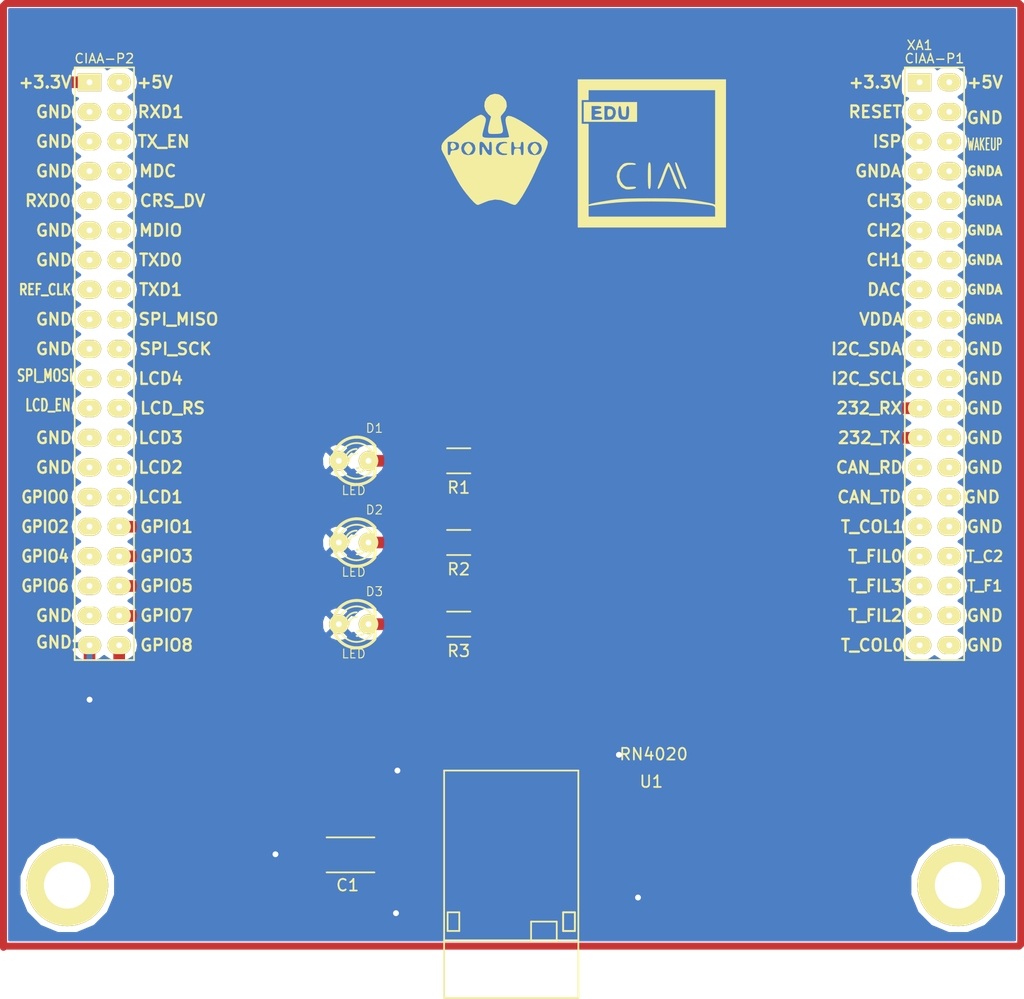
<source format=kicad_pcb>
(kicad_pcb (version 4) (host pcbnew "(2015-09-09 BZR 6176, Git 1d4a46d)-product")

  (general
    (links 23)
    (no_connects 0)
    (area 106.349999 57.849999 194.300002 143.675001)
    (thickness 1.6)
    (drawings 6)
    (tracks 117)
    (zones 0)
    (modules 11)
    (nets 40)
  )

  (page A4)
  (title_block
    (title "Poncho Mediano - Modelo - Ejemplo - Template")
    (date "lun 05 oct 2015")
    (rev 1.0)
    (company "Proyecto CIAA - COMPUTADORA INDUSTRIAL ABIERTA ARGENTINA")
    (comment 1 https://github.com/ciaa/Ponchos/tree/master/modelos/doc)
    (comment 2 "Autores y Licencia del template (Diego Brengi - UNLaM)")
    (comment 3 "Autor del poncho (COMPLETAR NOMBRE Y APELLIDO). Ver directorio \"doc\"")
    (comment 4 "CÓDIGO PONCHO:")
  )

  (layers
    (0 F.Cu signal)
    (31 B.Cu signal hide)
    (32 B.Adhes user hide)
    (33 F.Adhes user hide)
    (34 B.Paste user hide)
    (35 F.Paste user hide)
    (36 B.SilkS user hide)
    (37 F.SilkS user)
    (38 B.Mask user hide)
    (39 F.Mask user hide)
    (40 Dwgs.User user hide)
    (41 Cmts.User user hide)
    (42 Eco1.User user hide)
    (43 Eco2.User user hide)
    (44 Edge.Cuts user hide)
    (45 Margin user hide)
    (46 B.CrtYd user hide)
    (47 F.CrtYd user hide)
    (48 B.Fab user hide)
    (49 F.Fab user hide)
  )

  (setup
    (last_trace_width 0.381)
    (user_trace_width 0.508)
    (user_trace_width 0.508)
    (user_trace_width 0.6)
    (user_trace_width 0.635)
    (user_trace_width 0.762)
    (user_trace_width 0.8)
    (user_trace_width 1)
    (user_trace_width 1.016)
    (user_trace_width 1.27)
    (user_trace_width 1.27)
    (user_trace_width 1.524)
    (user_trace_width 1.524)
    (trace_clearance 0.1)
    (zone_clearance 0.508)
    (zone_45_only no)
    (trace_min 0.2)
    (segment_width 0.2)
    (edge_width 0.15)
    (via_size 0.6)
    (via_drill 0.4)
    (via_min_size 0.4)
    (via_min_drill 0.3)
    (user_via 1 0.5)
    (user_via 2 0.5)
    (uvia_size 0.3)
    (uvia_drill 0.1)
    (uvias_allowed no)
    (uvia_min_size 0)
    (uvia_min_drill 0)
    (pcb_text_width 0.3)
    (pcb_text_size 1.5 1.5)
    (mod_edge_width 0.15)
    (mod_text_size 0.000001 0.000001)
    (mod_text_width 0.15)
    (pad_size 1.524 2)
    (pad_drill 0.5)
    (pad_to_mask_clearance 0.2)
    (aux_axis_origin 108.63 138.67)
    (visible_elements 7FFEFF5F)
    (pcbplotparams
      (layerselection 0x00020_80000000)
      (usegerberextensions false)
      (excludeedgelayer false)
      (linewidth 0.100000)
      (plotframeref false)
      (viasonmask false)
      (mode 1)
      (useauxorigin false)
      (hpglpennumber 1)
      (hpglpenspeed 20)
      (hpglpendiameter 15)
      (hpglpenoverlay 2)
      (psnegative false)
      (psa4output false)
      (plotreference true)
      (plotvalue false)
      (plotinvisibletext false)
      (padsonsilk false)
      (subtractmaskfromsilk false)
      (outputformat 1)
      (mirror false)
      (drillshape 0)
      (scaleselection 1)
      (outputdirectory ""))
  )

  (net 0 "")
  (net 1 GND)
  (net 2 +3V3)
  (net 3 "Net-(D1-Pad2)")
  (net 4 "Net-(D2-Pad2)")
  (net 5 "Net-(D3-Pad2)")
  (net 6 "Net-(R1-Pad1)")
  (net 7 "Net-(R2-Pad1)")
  (net 8 "Net-(R3-Pad1)")
  (net 9 "Net-(U1-Pad2)")
  (net 10 "Net-(U1-Pad3)")
  (net 11 "Net-(U1-Pad4)")
  (net 12 "Net-(U1-Pad13)")
  (net 13 "Net-(U1-Pad17)")
  (net 14 "Net-(U1-Pad19)")
  (net 15 "Net-(U1-Pad20)")
  (net 16 "Net-(U1-Pad21)")
  (net 17 "Net-(U1-Pad22)")
  (net 18 "Net-(XA1-Pad69)")
  (net 19 "Net-(XA1-Pad71)")
  (net 20 "Net-(XA1-Pad73)")
  (net 21 "Net-(XA1-Pad75)")
  (net 22 SW)
  (net 23 TX)
  (net 24 RX)
  (net 25 CMD)
  (net 26 CTS)
  (net 27 HW)
  (net 28 RTS)
  (net 29 "Net-(XA1-Pad42)")
  (net 30 "Net-(XA1-Pad43)")
  (net 31 "Net-(XA1-Pad45)")
  (net 32 "Net-(XA1-Pad47)")
  (net 33 "Net-(XA1-Pad51)")
  (net 34 "Net-(XA1-Pad53)")
  (net 35 "Net-(XA1-Pad57)")
  (net 36 "Net-(XA1-Pad59)")
  (net 37 "Net-(XA1-Pad65)")
  (net 38 "Net-(XA1-Pad67)")
  (net 39 "Net-(XA1-Pad77)")

  (net_class Default "This is the default net class."
    (clearance 0.1)
    (trace_width 0.381)
    (via_dia 0.6)
    (via_drill 0.4)
    (uvia_dia 0.3)
    (uvia_drill 0.1)
    (add_net +3V3)
    (add_net CMD)
    (add_net CTS)
    (add_net GND)
    (add_net HW)
    (add_net "Net-(D1-Pad2)")
    (add_net "Net-(D2-Pad2)")
    (add_net "Net-(D3-Pad2)")
    (add_net "Net-(R1-Pad1)")
    (add_net "Net-(R2-Pad1)")
    (add_net "Net-(R3-Pad1)")
    (add_net "Net-(U1-Pad13)")
    (add_net "Net-(U1-Pad17)")
    (add_net "Net-(U1-Pad19)")
    (add_net "Net-(U1-Pad2)")
    (add_net "Net-(U1-Pad20)")
    (add_net "Net-(U1-Pad21)")
    (add_net "Net-(U1-Pad22)")
    (add_net "Net-(U1-Pad3)")
    (add_net "Net-(U1-Pad4)")
    (add_net "Net-(XA1-Pad42)")
    (add_net "Net-(XA1-Pad43)")
    (add_net "Net-(XA1-Pad45)")
    (add_net "Net-(XA1-Pad47)")
    (add_net "Net-(XA1-Pad51)")
    (add_net "Net-(XA1-Pad53)")
    (add_net "Net-(XA1-Pad57)")
    (add_net "Net-(XA1-Pad59)")
    (add_net "Net-(XA1-Pad65)")
    (add_net "Net-(XA1-Pad67)")
    (add_net "Net-(XA1-Pad69)")
    (add_net "Net-(XA1-Pad71)")
    (add_net "Net-(XA1-Pad73)")
    (add_net "Net-(XA1-Pad75)")
    (add_net "Net-(XA1-Pad77)")
    (add_net RTS)
    (add_net RX)
    (add_net SW)
    (add_net TX)
  )

  (module Poncho_Esqueleto:Conn_Poncho_Mediano locked (layer F.Cu) (tedit 5644B486) (tstamp 5612FA4C)
    (at 185.24 65)
    (tags "CONN Poncho")
    (path /563B682E)
    (fp_text reference XA1 (at 0 -3.175) (layer F.SilkS)
      (effects (font (size 0.8 0.8) (thickness 0.12)))
    )
    (fp_text value Conn_PonchoMP_2x_20x2 (at -1.905 51.181) (layer F.SilkS) hide
      (effects (font (size 1.016 1.016) (thickness 0.2032)))
    )
    (fp_line (start 8.255 -6.35) (end 8.255 73.66) (layer Dwgs.User) (width 0.15))
    (fp_line (start -78.105 73.66) (end -78.105 -6.35) (layer Dwgs.User) (width 0.15))
    (fp_line (start -78.105 -6.35) (end 8.255 -6.35) (layer Dwgs.User) (width 0.15))
    (fp_line (start 8.255 73.66) (end -78.105 73.66) (layer Dwgs.User) (width 0.15))
    (fp_text user GPIO8 (at -64.516 48.26) (layer F.SilkS)
      (effects (font (size 1 1) (thickness 0.2)))
    )
    (fp_text user GPIO7 (at -64.516 45.72) (layer F.SilkS)
      (effects (font (size 1 1) (thickness 0.2)))
    )
    (fp_text user GPIO5 (at -64.516 43.18) (layer F.SilkS)
      (effects (font (size 1 1) (thickness 0.2)))
    )
    (fp_text user GPIO3 (at -64.516 40.64) (layer F.SilkS)
      (effects (font (size 1 1) (thickness 0.2)))
    )
    (fp_text user GPIO1 (at -64.516 38.1) (layer F.SilkS)
      (effects (font (size 1 1) (thickness 0.2)))
    )
    (fp_text user LCD1 (at -65.024 35.56) (layer F.SilkS)
      (effects (font (size 1 1) (thickness 0.2)))
    )
    (fp_text user LCD2 (at -65.024 33.02) (layer F.SilkS)
      (effects (font (size 1 1) (thickness 0.2)))
    )
    (fp_text user LCD3 (at -65.024 30.48) (layer F.SilkS)
      (effects (font (size 1 1) (thickness 0.2)))
    )
    (fp_text user LCD_RS (at -64.008 27.94) (layer F.SilkS)
      (effects (font (size 1 1) (thickness 0.2)))
    )
    (fp_text user LCD4 (at -65.024 25.4) (layer F.SilkS)
      (effects (font (size 1 1) (thickness 0.2)))
    )
    (fp_text user SPI_SCK (at -63.754 22.86) (layer F.SilkS)
      (effects (font (size 1 1) (thickness 0.2)))
    )
    (fp_text user SPI_MISO (at -63.5 20.32) (layer F.SilkS)
      (effects (font (size 1 1) (thickness 0.2)))
    )
    (fp_text user TXD1 (at -65.024 17.78) (layer F.SilkS)
      (effects (font (size 1 1) (thickness 0.2)))
    )
    (fp_text user TXD0 (at -65.024 15.24) (layer F.SilkS)
      (effects (font (size 1 1) (thickness 0.2)))
    )
    (fp_text user MDIO (at -65.024 12.7) (layer F.SilkS)
      (effects (font (size 1 1) (thickness 0.2)))
    )
    (fp_text user CRS_DV (at -64.008 10.16) (layer F.SilkS)
      (effects (font (size 1 1) (thickness 0.2)))
    )
    (fp_text user MDC (at -65.278 7.62) (layer F.SilkS)
      (effects (font (size 1 1) (thickness 0.2)))
    )
    (fp_text user TX_EN (at -64.77 5.08) (layer F.SilkS)
      (effects (font (size 1 1) (thickness 0.2)))
    )
    (fp_text user RXD1 (at -65.024 2.54) (layer F.SilkS)
      (effects (font (size 1 1) (thickness 0.2)))
    )
    (fp_text user +5V (at -65.532 0) (layer F.SilkS)
      (effects (font (size 1 1) (thickness 0.2)))
    )
    (fp_text user GND (at -74.168 48.006) (layer F.SilkS)
      (effects (font (size 1 1) (thickness 0.2)))
    )
    (fp_text user GND (at -74.168 45.72) (layer F.SilkS)
      (effects (font (size 1 1) (thickness 0.2)))
    )
    (fp_text user GPIO6 (at -74.93 43.18) (layer F.SilkS)
      (effects (font (size 1 0.9) (thickness 0.2)))
    )
    (fp_text user GPIO4 (at -74.93 40.64) (layer F.SilkS)
      (effects (font (size 1 0.9) (thickness 0.2)))
    )
    (fp_text user GPIO2 (at -74.93 38.1) (layer F.SilkS)
      (effects (font (size 1 0.9) (thickness 0.2)))
    )
    (fp_text user GPIO0 (at -74.93 35.56) (layer F.SilkS)
      (effects (font (size 1 0.9) (thickness 0.2)))
    )
    (fp_text user GND (at -74.168 33.02) (layer F.SilkS)
      (effects (font (size 1 1) (thickness 0.2)))
    )
    (fp_text user GND (at -74.168 30.48) (layer F.SilkS)
      (effects (font (size 1 1) (thickness 0.2)))
    )
    (fp_text user LCD_EN (at -74.676 27.686) (layer F.SilkS)
      (effects (font (size 1 0.7) (thickness 0.17)))
    )
    (fp_text user SPI_MOSI (at -74.93 25.146) (layer F.SilkS)
      (effects (font (size 1 0.7) (thickness 0.17)))
    )
    (fp_text user GND (at -74.168 22.86) (layer F.SilkS)
      (effects (font (size 1 1) (thickness 0.2)))
    )
    (fp_text user GND (at -74.168 20.32) (layer F.SilkS)
      (effects (font (size 1 1) (thickness 0.2)))
    )
    (fp_text user REF_CLK (at -74.93 17.78) (layer F.SilkS)
      (effects (font (size 0.9 0.7) (thickness 0.175)))
    )
    (fp_text user GND (at -74.168 15.24) (layer F.SilkS)
      (effects (font (size 1 1) (thickness 0.2)))
    )
    (fp_text user GND (at -74.168 12.7) (layer F.SilkS)
      (effects (font (size 1 1) (thickness 0.2)))
    )
    (fp_text user GND (at -74.168 7.62) (layer F.SilkS)
      (effects (font (size 1 1) (thickness 0.2)))
    )
    (fp_text user RXD0 (at -74.676 10.16) (layer F.SilkS)
      (effects (font (size 1 1) (thickness 0.2)))
    )
    (fp_text user GND (at -74.168 5.08) (layer F.SilkS)
      (effects (font (size 1 1) (thickness 0.2)))
    )
    (fp_text user GND (at -74.168 2.54) (layer F.SilkS)
      (effects (font (size 1 1) (thickness 0.2)))
    )
    (fp_text user +3.3V (at -74.93 0) (layer F.SilkS)
      (effects (font (size 1 1) (thickness 0.2)))
    )
    (fp_text user GND (at 5.588 48.26) (layer F.SilkS)
      (effects (font (size 1 1) (thickness 0.2)))
    )
    (fp_text user GND (at 5.588 45.72) (layer F.SilkS)
      (effects (font (size 1 1) (thickness 0.2)))
    )
    (fp_text user T_F1 (at 5.588 43.18) (layer F.SilkS)
      (effects (font (size 0.9 0.9) (thickness 0.18)))
    )
    (fp_text user T_C2 (at 5.588 40.64) (layer F.SilkS)
      (effects (font (size 0.9 0.9) (thickness 0.18)))
    )
    (fp_text user GND (at 5.588 38.1) (layer F.SilkS)
      (effects (font (size 1 1) (thickness 0.2)))
    )
    (fp_text user GND (at 5.334 35.56) (layer F.SilkS)
      (effects (font (size 1 1) (thickness 0.2)))
    )
    (fp_text user GND (at 5.588 33.02) (layer F.SilkS)
      (effects (font (size 1 1) (thickness 0.2)))
    )
    (fp_text user GND (at 5.588 30.48) (layer F.SilkS)
      (effects (font (size 1 1) (thickness 0.2)))
    )
    (fp_text user GND (at 5.588 27.94) (layer F.SilkS)
      (effects (font (size 1 1) (thickness 0.2)))
    )
    (fp_text user GND (at 5.588 25.4) (layer F.SilkS)
      (effects (font (size 1 1) (thickness 0.2)))
    )
    (fp_text user GND (at 5.588 22.86) (layer F.SilkS)
      (effects (font (size 1 1) (thickness 0.2)))
    )
    (fp_text user GNDA (at 5.588 20.32) (layer F.SilkS)
      (effects (font (size 0.76 0.76) (thickness 0.19)))
    )
    (fp_text user GNDA (at 5.588 17.78) (layer F.SilkS)
      (effects (font (size 0.76 0.76) (thickness 0.19)))
    )
    (fp_text user GNDA (at 5.588 15.24) (layer F.SilkS)
      (effects (font (size 0.76 0.76) (thickness 0.19)))
    )
    (fp_text user GNDA (at 5.588 12.7) (layer F.SilkS)
      (effects (font (size 0.76 0.76) (thickness 0.19)))
    )
    (fp_text user GNDA (at 5.588 10.16) (layer F.SilkS)
      (effects (font (size 0.76 0.76) (thickness 0.19)))
    )
    (fp_text user GNDA (at 5.588 7.62) (layer F.SilkS)
      (effects (font (size 0.76 0.76) (thickness 0.19)))
    )
    (fp_text user WAKEUP (at 5.588 5.334) (layer F.SilkS)
      (effects (font (size 1 0.5) (thickness 0.125)))
    )
    (fp_text user GND (at 5.588 3.048) (layer F.SilkS)
      (effects (font (size 1 1) (thickness 0.2)))
    )
    (fp_text user +5V (at 5.588 0) (layer F.SilkS)
      (effects (font (size 1 1) (thickness 0.2)))
    )
    (fp_text user T_COL0 (at -4.064 48.26) (layer F.SilkS)
      (effects (font (size 1 1) (thickness 0.2)))
    )
    (fp_text user T_FIL2 (at -3.81 45.72) (layer F.SilkS)
      (effects (font (size 1 1) (thickness 0.2)))
    )
    (fp_text user T_FIL3 (at -3.81 43.18) (layer F.SilkS)
      (effects (font (size 1 1) (thickness 0.2)))
    )
    (fp_text user T_FIL0 (at -3.81 40.64) (layer F.SilkS)
      (effects (font (size 1 1) (thickness 0.2)))
    )
    (fp_text user T_COL1 (at -4.064 38.1) (layer F.SilkS)
      (effects (font (size 1 1) (thickness 0.2)))
    )
    (fp_text user CAN_TD (at -4.318 35.56) (layer F.SilkS)
      (effects (font (size 1 1) (thickness 0.2)))
    )
    (fp_text user CAN_RD (at -4.318 33.02) (layer F.SilkS)
      (effects (font (size 1 1) (thickness 0.2)))
    )
    (fp_text user 232_TX (at -4.318 30.48) (layer F.SilkS)
      (effects (font (size 1 1) (thickness 0.2)))
    )
    (fp_text user 232_RX (at -4.318 27.94) (layer F.SilkS)
      (effects (font (size 1 1) (thickness 0.2)))
    )
    (fp_text user I2C_SCL (at -4.572 25.4) (layer F.SilkS)
      (effects (font (size 1 1) (thickness 0.2)))
    )
    (fp_text user I2C_SDA (at -4.572 22.86) (layer F.SilkS)
      (effects (font (size 1 1) (thickness 0.2)))
    )
    (fp_text user VDDA (at -3.302 20.32) (layer F.SilkS)
      (effects (font (size 1 1) (thickness 0.2)))
    )
    (fp_text user DAC (at -3.048 17.78) (layer F.SilkS)
      (effects (font (size 1 1) (thickness 0.2)))
    )
    (fp_text user CH1 (at -3.048 15.24) (layer F.SilkS)
      (effects (font (size 1 1) (thickness 0.2)))
    )
    (fp_text user CH2 (at -3.048 12.7) (layer F.SilkS)
      (effects (font (size 1 1) (thickness 0.2)))
    )
    (fp_text user CH3 (at -3.048 10.16) (layer F.SilkS)
      (effects (font (size 1 1) (thickness 0.2)))
    )
    (fp_text user GNDA (at -3.556 7.62) (layer F.SilkS)
      (effects (font (size 1 1) (thickness 0.2)))
    )
    (fp_text user ISP (at -2.794 5.08) (layer F.SilkS)
      (effects (font (size 1 1) (thickness 0.2)))
    )
    (fp_text user RESET (at -3.81 2.54) (layer F.SilkS)
      (effects (font (size 1 1) (thickness 0.2)))
    )
    (fp_text user CIAA-P2 (at -69.85 -2.032) (layer F.SilkS)
      (effects (font (size 0.8 0.8) (thickness 0.12)))
    )
    (fp_text user CIAA-P1 (at 1.27 -2.032) (layer F.SilkS)
      (effects (font (size 0.8 0.8) (thickness 0.12)))
    )
    (fp_text user +3.3V (at -3.81 0) (layer F.SilkS)
      (effects (font (size 1 1) (thickness 0.2)))
    )
    (fp_line (start -72.39 0) (end -72.39 -1.27) (layer F.SilkS) (width 0.15))
    (fp_line (start -72.39 -1.27) (end -67.31 -1.27) (layer F.SilkS) (width 0.15))
    (fp_line (start -67.31 -1.27) (end -67.31 49.53) (layer F.SilkS) (width 0.15))
    (fp_line (start -67.31 49.53) (end -72.39 49.53) (layer F.SilkS) (width 0.15))
    (fp_line (start -72.39 49.53) (end -72.39 0) (layer F.SilkS) (width 0.15))
    (fp_line (start -1.27 49.53) (end -1.27 -1.27) (layer F.SilkS) (width 0.15))
    (fp_line (start 3.81 49.53) (end 3.81 -1.27) (layer F.SilkS) (width 0.15))
    (fp_line (start 3.81 49.53) (end -1.27 49.53) (layer F.SilkS) (width 0.15))
    (fp_line (start 3.81 -1.27) (end -1.27 -1.27) (layer F.SilkS) (width 0.15))
    (pad 1 thru_hole rect (at 0 0 270) (size 1.524 2) (drill 0.5) (layers *.Cu *.Mask F.SilkS))
    (pad 2 thru_hole oval (at 2.54 0 270) (size 1.524 2) (drill 0.5) (layers *.Cu *.Mask F.SilkS))
    (pad 11 thru_hole oval (at 0 12.7 270) (size 1.524 2) (drill 0.5) (layers *.Cu *.Mask F.SilkS))
    (pad 4 thru_hole oval (at 2.54 2.54 270) (size 1.524 2) (drill 0.5) (layers *.Cu *.Mask F.SilkS))
    (pad 13 thru_hole oval (at 0 15.24 270) (size 1.524 2) (drill 0.5) (layers *.Cu *.Mask F.SilkS))
    (pad 6 thru_hole oval (at 2.54 5.08 270) (size 1.524 2) (drill 0.5) (layers *.Cu *.Mask F.SilkS))
    (pad 15 thru_hole oval (at 0 17.78 270) (size 1.524 2) (drill 0.5) (layers *.Cu *.Mask F.SilkS))
    (pad 8 thru_hole oval (at 2.54 7.62 270) (size 1.524 2) (drill 0.5) (layers *.Cu *.Mask F.SilkS))
    (pad 17 thru_hole oval (at 0 20.32 270) (size 1.524 2) (drill 0.5) (layers *.Cu *.Mask F.SilkS))
    (pad 10 thru_hole oval (at 2.54 10.16 270) (size 1.524 2) (drill 0.5) (layers *.Cu *.Mask F.SilkS))
    (pad 19 thru_hole oval (at 0 22.86 270) (size 1.524 2) (drill 0.5) (layers *.Cu *.Mask F.SilkS))
    (pad 12 thru_hole oval (at 2.54 12.7 270) (size 1.524 2) (drill 0.5) (layers *.Cu *.Mask F.SilkS))
    (pad 21 thru_hole oval (at 0 25.4 270) (size 1.524 2) (drill 0.5) (layers *.Cu *.Mask F.SilkS))
    (pad 14 thru_hole oval (at 2.54 15.24 270) (size 1.524 2) (drill 0.5) (layers *.Cu *.Mask F.SilkS))
    (pad 23 thru_hole oval (at 0 27.94 270) (size 1.524 2) (drill 0.5) (layers *.Cu *.Mask F.SilkS)
      (net 24 RX))
    (pad 16 thru_hole oval (at 2.54 17.78 270) (size 1.524 2) (drill 0.5) (layers *.Cu *.Mask F.SilkS))
    (pad 25 thru_hole oval (at 0 30.48 270) (size 1.524 2) (drill 0.5) (layers *.Cu *.Mask F.SilkS)
      (net 23 TX))
    (pad 18 thru_hole oval (at 2.54 20.32 270) (size 1.524 2) (drill 0.5) (layers *.Cu *.Mask F.SilkS))
    (pad 27 thru_hole oval (at 0 33.02 270) (size 1.524 2) (drill 0.5) (layers *.Cu *.Mask F.SilkS))
    (pad 20 thru_hole oval (at 2.54 22.86 270) (size 1.524 2) (drill 0.5) (layers *.Cu *.Mask F.SilkS))
    (pad 29 thru_hole oval (at 0 35.56 270) (size 1.524 2) (drill 0.5) (layers *.Cu *.Mask F.SilkS))
    (pad 22 thru_hole oval (at 2.54 25.4 270) (size 1.524 2) (drill 0.5) (layers *.Cu *.Mask F.SilkS))
    (pad 31 thru_hole oval (at 0 38.1 270) (size 1.524 2) (drill 0.5) (layers *.Cu *.Mask F.SilkS))
    (pad 24 thru_hole oval (at 2.54 27.94 270) (size 1.524 2) (drill 0.5) (layers *.Cu *.Mask F.SilkS))
    (pad 26 thru_hole oval (at 2.54 30.48 270) (size 1.524 2) (drill 0.5) (layers *.Cu *.Mask F.SilkS))
    (pad 33 thru_hole oval (at 0 40.64 270) (size 1.524 2) (drill 0.5) (layers *.Cu *.Mask F.SilkS))
    (pad 28 thru_hole oval (at 2.54 33.02 270) (size 1.524 2) (drill 0.5) (layers *.Cu *.Mask F.SilkS))
    (pad 32 thru_hole oval (at 2.54 38.1 270) (size 1.524 2) (drill 0.5) (layers *.Cu *.Mask F.SilkS))
    (pad 34 thru_hole oval (at 2.54 40.64 270) (size 1.524 2) (drill 0.5) (layers *.Cu *.Mask F.SilkS))
    (pad 36 thru_hole oval (at 2.54 43.18 270) (size 1.524 2) (drill 0.5) (layers *.Cu *.Mask F.SilkS))
    (pad 38 thru_hole oval (at 2.54 45.72 270) (size 1.524 2) (drill 0.5) (layers *.Cu *.Mask F.SilkS))
    (pad 35 thru_hole oval (at 0 43.18 270) (size 1.524 2) (drill 0.5) (layers *.Cu *.Mask F.SilkS))
    (pad 37 thru_hole oval (at 0 45.72 270) (size 1.524 2) (drill 0.5) (layers *.Cu *.Mask F.SilkS))
    (pad 3 thru_hole oval (at 0 2.54 270) (size 1.524 2) (drill 0.5) (layers *.Cu *.Mask F.SilkS))
    (pad 5 thru_hole oval (at 0 5.08 270) (size 1.524 2) (drill 0.5) (layers *.Cu *.Mask F.SilkS))
    (pad 7 thru_hole oval (at 0 7.62 270) (size 1.524 2) (drill 0.5) (layers *.Cu *.Mask F.SilkS))
    (pad 9 thru_hole oval (at 0 10.16 270) (size 1.524 2) (drill 0.5) (layers *.Cu *.Mask F.SilkS))
    (pad 39 thru_hole oval (at 0 48.26 270) (size 1.524 2) (drill 0.5) (layers *.Cu *.Mask F.SilkS))
    (pad 40 thru_hole oval (at 2.54 48.26 270) (size 1.524 2) (drill 0.5) (layers *.Cu *.Mask F.SilkS))
    (pad 30 thru_hole oval (at 2.54 35.56 270) (size 1.524 2) (drill 0.5) (layers *.Cu *.Mask F.SilkS))
    (pad 41 thru_hole rect (at -71.12 0 270) (size 1.524 2) (drill 0.5) (layers *.Cu *.Mask F.SilkS)
      (net 2 +3V3))
    (pad 42 thru_hole oval (at -68.58 0 270) (size 1.524 2) (drill 0.5) (layers *.Cu *.Mask F.SilkS)
      (net 29 "Net-(XA1-Pad42)"))
    (pad 43 thru_hole oval (at -71.12 2.54 270) (size 1.524 2) (drill 0.5) (layers *.Cu *.Mask F.SilkS)
      (net 30 "Net-(XA1-Pad43)"))
    (pad 44 thru_hole oval (at -68.58 2.54 270) (size 1.524 2) (drill 0.5) (layers *.Cu *.Mask F.SilkS))
    (pad 45 thru_hole oval (at -71.12 5.08 270) (size 1.524 2) (drill 0.5) (layers *.Cu *.Mask F.SilkS)
      (net 31 "Net-(XA1-Pad45)"))
    (pad 46 thru_hole oval (at -68.58 5.08 270) (size 1.524 2) (drill 0.5) (layers *.Cu *.Mask F.SilkS))
    (pad 47 thru_hole oval (at -71.12 7.62 270) (size 1.524 2) (drill 0.5) (layers *.Cu *.Mask F.SilkS)
      (net 32 "Net-(XA1-Pad47)"))
    (pad 48 thru_hole oval (at -68.58 7.62 270) (size 1.524 2) (drill 0.5) (layers *.Cu *.Mask F.SilkS))
    (pad 49 thru_hole oval (at -71.12 10.16 270) (size 1.524 2) (drill 0.5) (layers *.Cu *.Mask F.SilkS))
    (pad 50 thru_hole oval (at -68.58 10.16 270) (size 1.524 2) (drill 0.5) (layers *.Cu *.Mask F.SilkS))
    (pad 51 thru_hole oval (at -71.12 12.7 270) (size 1.524 2) (drill 0.5) (layers *.Cu *.Mask F.SilkS)
      (net 33 "Net-(XA1-Pad51)"))
    (pad 52 thru_hole oval (at -68.58 12.7 270) (size 1.524 2) (drill 0.5) (layers *.Cu *.Mask F.SilkS))
    (pad 53 thru_hole oval (at -71.12 15.24 270) (size 1.524 2) (drill 0.5) (layers *.Cu *.Mask F.SilkS)
      (net 34 "Net-(XA1-Pad53)"))
    (pad 54 thru_hole oval (at -68.58 15.24 270) (size 1.524 2) (drill 0.5) (layers *.Cu *.Mask F.SilkS))
    (pad 55 thru_hole oval (at -71.12 17.78 270) (size 1.524 2) (drill 0.5) (layers *.Cu *.Mask F.SilkS))
    (pad 56 thru_hole oval (at -68.58 17.78 270) (size 1.524 2) (drill 0.5) (layers *.Cu *.Mask F.SilkS))
    (pad 57 thru_hole oval (at -71.12 20.32 270) (size 1.524 2) (drill 0.5) (layers *.Cu *.Mask F.SilkS)
      (net 35 "Net-(XA1-Pad57)"))
    (pad 58 thru_hole oval (at -68.58 20.32 270) (size 1.524 2) (drill 0.5) (layers *.Cu *.Mask F.SilkS))
    (pad 59 thru_hole oval (at -71.12 22.86 270) (size 1.524 2) (drill 0.5) (layers *.Cu *.Mask F.SilkS)
      (net 36 "Net-(XA1-Pad59)"))
    (pad 60 thru_hole oval (at -68.58 22.86 270) (size 1.524 2) (drill 0.5) (layers *.Cu *.Mask F.SilkS))
    (pad 61 thru_hole oval (at -71.12 25.4 270) (size 1.524 2) (drill 0.5) (layers *.Cu *.Mask F.SilkS))
    (pad 62 thru_hole oval (at -68.58 25.4 270) (size 1.524 2) (drill 0.5) (layers *.Cu *.Mask F.SilkS))
    (pad 63 thru_hole oval (at -71.12 27.94 270) (size 1.524 2) (drill 0.5) (layers *.Cu *.Mask F.SilkS))
    (pad 64 thru_hole oval (at -68.58 27.94 270) (size 1.524 2) (drill 0.5) (layers *.Cu *.Mask F.SilkS))
    (pad 65 thru_hole oval (at -71.12 30.48 270) (size 1.524 2) (drill 0.5) (layers *.Cu *.Mask F.SilkS)
      (net 37 "Net-(XA1-Pad65)"))
    (pad 66 thru_hole oval (at -68.58 30.48 270) (size 1.524 2) (drill 0.5) (layers *.Cu *.Mask F.SilkS))
    (pad 67 thru_hole oval (at -71.12 33.02 270) (size 1.524 2) (drill 0.5) (layers *.Cu *.Mask F.SilkS)
      (net 38 "Net-(XA1-Pad67)"))
    (pad 68 thru_hole oval (at -68.58 33.02 270) (size 1.524 2) (drill 0.5) (layers *.Cu *.Mask F.SilkS))
    (pad 69 thru_hole oval (at -71.12 35.56 270) (size 1.524 2) (drill 0.5) (layers *.Cu *.Mask F.SilkS)
      (net 18 "Net-(XA1-Pad69)"))
    (pad 70 thru_hole oval (at -68.58 35.56 270) (size 1.524 2) (drill 0.5) (layers *.Cu *.Mask F.SilkS))
    (pad 71 thru_hole oval (at -71.12 38.1 270) (size 1.524 2) (drill 0.5) (layers *.Cu *.Mask F.SilkS)
      (net 19 "Net-(XA1-Pad71)"))
    (pad 72 thru_hole oval (at -68.58 38.1 270) (size 1.524 2) (drill 0.5) (layers *.Cu *.Mask F.SilkS)
      (net 22 SW))
    (pad 73 thru_hole oval (at -71.12 40.64 270) (size 1.524 2) (drill 0.5) (layers *.Cu *.Mask F.SilkS)
      (net 20 "Net-(XA1-Pad73)"))
    (pad 74 thru_hole oval (at -68.58 40.64 270) (size 1.524 2) (drill 0.5) (layers *.Cu *.Mask F.SilkS)
      (net 25 CMD))
    (pad 75 thru_hole oval (at -71.12 43.18 270) (size 1.524 2) (drill 0.5) (layers *.Cu *.Mask F.SilkS)
      (net 21 "Net-(XA1-Pad75)"))
    (pad 76 thru_hole oval (at -68.58 43.18 270) (size 1.524 2) (drill 0.5) (layers *.Cu *.Mask F.SilkS)
      (net 26 CTS))
    (pad 77 thru_hole oval (at -71.12 45.72 270) (size 1.524 2) (drill 0.5) (layers *.Cu *.Mask F.SilkS)
      (net 39 "Net-(XA1-Pad77)"))
    (pad 78 thru_hole oval (at -68.58 45.72 270) (size 1.524 2) (drill 0.5) (layers *.Cu *.Mask F.SilkS)
      (net 27 HW))
    (pad 79 thru_hole oval (at -71.12 48.26 270) (size 1.524 2) (drill 0.5) (layers *.Cu *.Mask F.SilkS)
      (net 1 GND))
    (pad 80 thru_hole oval (at -68.58 48.26 270) (size 1.524 2) (drill 0.5) (layers *.Cu *.Mask F.SilkS)
      (net 28 RTS))
    (pad ~ thru_hole circle (at -73.025 68.834) (size 7 7) (drill 4) (layers *.Cu *.Mask F.SilkS))
    (pad ~ thru_hole circle (at 3.302 68.834) (size 7 7) (drill 4) (layers *.Cu *.Mask F.SilkS))
  )

  (module RN4020 (layer F.Cu) (tedit 5637DD0D) (tstamp 5632354D)
    (at 156 124 180)
    (path /561FC38B)
    (fp_text reference U1 (at -6.25 -0.95 180) (layer F.SilkS)
      (effects (font (size 1 1) (thickness 0.15)))
    )
    (fp_text value RN4020 (at -6.45 1.4 180) (layer F.SilkS)
      (effects (font (size 1 1) (thickness 0.15)))
    )
    (fp_line (start 10.2 -13.75) (end 10.2 -12.15) (layer F.SilkS) (width 0.15))
    (fp_line (start 10.2 -12.15) (end 11.2 -12.15) (layer F.SilkS) (width 0.15))
    (fp_line (start 11.2 -12.15) (end 11.2 -13.75) (layer F.SilkS) (width 0.15))
    (fp_line (start 10.2 -13.75) (end 11.2 -13.75) (layer F.SilkS) (width 0.15))
    (fp_line (start 0.3 -13.75) (end 1.3 -13.75) (layer F.SilkS) (width 0.15))
    (fp_line (start 1.3 -12.15) (end 1.3 -13.75) (layer F.SilkS) (width 0.15))
    (fp_line (start 0.3 -12.15) (end 1.3 -12.15) (layer F.SilkS) (width 0.15))
    (fp_line (start 0.3 -12.95) (end 0.3 -12.15) (layer F.SilkS) (width 0.15))
    (fp_line (start 0.3 -13.75) (end 0.3 -12.95) (layer F.SilkS) (width 0.15))
    (fp_line (start 0.3 -13.75) (end 0.3 -12.95) (layer F.SilkS) (width 0.15))
    (fp_line (start 0.3 -12.95) (end 0.3 -12.15) (layer F.SilkS) (width 0.15))
    (fp_line (start 0.3 -12.15) (end 1.3 -12.15) (layer F.SilkS) (width 0.15))
    (fp_line (start 1.3 -12.15) (end 1.3 -13.75) (layer F.SilkS) (width 0.15))
    (fp_line (start 0.3 -13.75) (end 1.3 -13.75) (layer F.SilkS) (width 0.15))
    (fp_line (start 1.85 -12.95) (end 4.05 -12.95) (layer F.SilkS) (width 0.15))
    (fp_line (start 4.05 -12.95) (end 4.05 -14.55) (layer F.SilkS) (width 0.15))
    (fp_line (start 1.85 -14.55) (end 1.85 -12.95) (layer F.SilkS) (width 0.15))
    (fp_line (start 1.85 -14.55) (end 4.05 -14.55) (layer F.SilkS) (width 0.15))
    (fp_line (start 0 -14.55) (end 11.5 -14.55) (layer F.SilkS) (width 0.15))
    (fp_line (start 0 0) (end 0 -19.5) (layer F.SilkS) (width 0.15))
    (fp_line (start 0 -19.5) (end 11.5 -19.5) (layer F.SilkS) (width 0.15))
    (fp_line (start 11.5 -19.5) (end 11.5 0) (layer F.SilkS) (width 0.15))
    (fp_line (start 11.5 0) (end 0 0) (layer F.SilkS) (width 0.15))
    (pad 2 smd rect (at -0.25 -9.7 180) (size 2.5 0.8) (layers F.Cu F.Paste F.Mask)
      (net 9 "Net-(U1-Pad2)"))
    (pad 1 smd rect (at -0.25 -10.9 180) (size 2.5 0.8) (layers F.Cu F.Paste F.Mask)
      (net 1 GND))
    (pad 3 smd rect (at -0.25 -8.5 180) (size 2.5 0.8) (layers F.Cu F.Paste F.Mask)
      (net 10 "Net-(U1-Pad3)"))
    (pad 4 smd rect (at -0.25 -7.3 180) (size 2.5 0.8) (layers F.Cu F.Paste F.Mask)
      (net 11 "Net-(U1-Pad4)"))
    (pad 5 smd rect (at -0.25 -6.1 180) (size 2.5 0.8) (layers F.Cu F.Paste F.Mask)
      (net 23 TX))
    (pad 6 smd rect (at -0.25 -4.9 180) (size 2.5 0.8) (layers F.Cu F.Paste F.Mask)
      (net 24 RX))
    (pad 7 smd rect (at -0.25 -3.7 180) (size 2.5 0.8) (layers F.Cu F.Paste F.Mask)
      (net 22 SW))
    (pad 8 smd rect (at -0.25 -2.5 180) (size 2.5 0.8) (layers F.Cu F.Paste F.Mask)
      (net 25 CMD))
    (pad 9 smd circle (at 0 0 180) (size 2 2) (layers F.Cu F.Paste F.Mask)
      (net 1 GND))
    (pad 10 smd rect (at 2.75 0.25 180) (size 0.8 2.5) (layers F.Cu F.Paste F.Mask)
      (net 6 "Net-(R1-Pad1)"))
    (pad 11 smd rect (at 3.95 0.25 180) (size 0.8 2.5) (layers F.Cu F.Paste F.Mask)
      (net 7 "Net-(R2-Pad1)"))
    (pad 12 smd rect (at 5.15 0.25 180) (size 0.8 2.5) (layers F.Cu F.Paste F.Mask)
      (net 8 "Net-(R3-Pad1)"))
    (pad 13 smd rect (at 6.35 0.25 180) (size 0.8 2.5) (layers F.Cu F.Paste F.Mask)
      (net 12 "Net-(U1-Pad13)"))
    (pad 14 smd rect (at 7.55 0.25 180) (size 0.8 2.5) (layers F.Cu F.Paste F.Mask)
      (net 26 CTS))
    (pad 15 smd rect (at 8.75 0.25 180) (size 0.8 2.5) (layers F.Cu F.Paste F.Mask)
      (net 27 HW))
    (pad 16 smd circle (at 11.5 0 180) (size 2 2) (layers F.Cu F.Paste F.Mask)
      (net 1 GND))
    (pad 17 smd rect (at 11.75 -2.5 180) (size 2.5 0.8) (layers F.Cu F.Paste F.Mask)
      (net 13 "Net-(U1-Pad17)"))
    (pad 18 smd rect (at 11.75 -3.7 180) (size 2.5 0.8) (layers F.Cu F.Paste F.Mask)
      (net 28 RTS))
    (pad 19 smd rect (at 11.75 -4.9 180) (size 2.5 0.8) (layers F.Cu F.Paste F.Mask)
      (net 14 "Net-(U1-Pad19)"))
    (pad 20 smd rect (at 11.75 -6.1 180) (size 2.5 0.8) (layers F.Cu F.Paste F.Mask)
      (net 15 "Net-(U1-Pad20)"))
    (pad 21 smd rect (at 11.75 -7.3 180) (size 2.5 0.8) (layers F.Cu F.Paste F.Mask)
      (net 16 "Net-(U1-Pad21)"))
    (pad 22 smd rect (at 11.75 -8.5 180) (size 2.5 0.8) (layers F.Cu F.Paste F.Mask)
      (net 17 "Net-(U1-Pad22)"))
    (pad 23 smd rect (at 11.75 -9.7 180) (size 2.5 0.8) (layers F.Cu F.Paste F.Mask)
      (net 2 +3V3))
    (pad 24 smd rect (at 11.75 -10.9 180) (size 2.5 0.8) (layers F.Cu F.Paste F.Mask)
      (net 1 GND))
  )

  (module LED-3MM (layer F.Cu) (tedit 50ADE848) (tstamp 56323566)
    (at 136.75006 97.45112)
    (descr "LED 3mm - Lead pitch 100mil (2,54mm)")
    (tags "LED led 3mm 3MM 100mil 2,54mm")
    (path /561FB9E9)
    (fp_text reference D1 (at 1.778 -2.794) (layer F.SilkS)
      (effects (font (size 0.762 0.762) (thickness 0.0889)))
    )
    (fp_text value LED (at 0 2.54) (layer F.SilkS)
      (effects (font (size 0.762 0.762) (thickness 0.0889)))
    )
    (fp_line (start 1.8288 1.27) (end 1.8288 -1.27) (layer F.SilkS) (width 0.254))
    (fp_arc (start 0.254 0) (end -1.27 0) (angle 39.8) (layer F.SilkS) (width 0.1524))
    (fp_arc (start 0.254 0) (end -0.88392 1.01092) (angle 41.6) (layer F.SilkS) (width 0.1524))
    (fp_arc (start 0.254 0) (end 1.4097 -0.9906) (angle 40.6) (layer F.SilkS) (width 0.1524))
    (fp_arc (start 0.254 0) (end 1.778 0) (angle 39.8) (layer F.SilkS) (width 0.1524))
    (fp_arc (start 0.254 0) (end 0.254 -1.524) (angle 54.4) (layer F.SilkS) (width 0.1524))
    (fp_arc (start 0.254 0) (end -0.9652 -0.9144) (angle 53.1) (layer F.SilkS) (width 0.1524))
    (fp_arc (start 0.254 0) (end 1.45542 0.93472) (angle 52.1) (layer F.SilkS) (width 0.1524))
    (fp_arc (start 0.254 0) (end 0.254 1.524) (angle 52.1) (layer F.SilkS) (width 0.1524))
    (fp_arc (start 0.254 0) (end -0.381 0) (angle 90) (layer F.SilkS) (width 0.1524))
    (fp_arc (start 0.254 0) (end -0.762 0) (angle 90) (layer F.SilkS) (width 0.1524))
    (fp_arc (start 0.254 0) (end 0.889 0) (angle 90) (layer F.SilkS) (width 0.1524))
    (fp_arc (start 0.254 0) (end 1.27 0) (angle 90) (layer F.SilkS) (width 0.1524))
    (fp_arc (start 0.254 0) (end 0.254 -2.032) (angle 50.1) (layer F.SilkS) (width 0.254))
    (fp_arc (start 0.254 0) (end -1.5367 -0.95504) (angle 61.9) (layer F.SilkS) (width 0.254))
    (fp_arc (start 0.254 0) (end 1.8034 1.31064) (angle 49.7) (layer F.SilkS) (width 0.254))
    (fp_arc (start 0.254 0) (end 0.254 2.032) (angle 60.2) (layer F.SilkS) (width 0.254))
    (fp_arc (start 0.254 0) (end -1.778 0) (angle 28.3) (layer F.SilkS) (width 0.254))
    (fp_arc (start 0.254 0) (end -1.47574 1.06426) (angle 31.6) (layer F.SilkS) (width 0.254))
    (pad 1 thru_hole circle (at -1.27 0) (size 1.6764 1.6764) (drill 0.5) (layers *.Cu *.Mask F.SilkS)
      (net 1 GND))
    (pad 2 thru_hole circle (at 1.27 0) (size 1.6764 1.6764) (drill 0.5) (layers *.Cu *.Mask F.SilkS)
      (net 3 "Net-(D1-Pad2)"))
    (model discret/leds/led3_vertical_verde.wrl
      (at (xyz 0 0 0))
      (scale (xyz 1 1 1))
      (rotate (xyz 0 0 0))
    )
  )

  (module LED-3MM (layer F.Cu) (tedit 50ADE848) (tstamp 5632357F)
    (at 136.75006 104.45112)
    (descr "LED 3mm - Lead pitch 100mil (2,54mm)")
    (tags "LED led 3mm 3MM 100mil 2,54mm")
    (path /561FB9ED)
    (fp_text reference D2 (at 1.778 -2.794) (layer F.SilkS)
      (effects (font (size 0.762 0.762) (thickness 0.0889)))
    )
    (fp_text value LED (at 0 2.54) (layer F.SilkS)
      (effects (font (size 0.762 0.762) (thickness 0.0889)))
    )
    (fp_line (start 1.8288 1.27) (end 1.8288 -1.27) (layer F.SilkS) (width 0.254))
    (fp_arc (start 0.254 0) (end -1.27 0) (angle 39.8) (layer F.SilkS) (width 0.1524))
    (fp_arc (start 0.254 0) (end -0.88392 1.01092) (angle 41.6) (layer F.SilkS) (width 0.1524))
    (fp_arc (start 0.254 0) (end 1.4097 -0.9906) (angle 40.6) (layer F.SilkS) (width 0.1524))
    (fp_arc (start 0.254 0) (end 1.778 0) (angle 39.8) (layer F.SilkS) (width 0.1524))
    (fp_arc (start 0.254 0) (end 0.254 -1.524) (angle 54.4) (layer F.SilkS) (width 0.1524))
    (fp_arc (start 0.254 0) (end -0.9652 -0.9144) (angle 53.1) (layer F.SilkS) (width 0.1524))
    (fp_arc (start 0.254 0) (end 1.45542 0.93472) (angle 52.1) (layer F.SilkS) (width 0.1524))
    (fp_arc (start 0.254 0) (end 0.254 1.524) (angle 52.1) (layer F.SilkS) (width 0.1524))
    (fp_arc (start 0.254 0) (end -0.381 0) (angle 90) (layer F.SilkS) (width 0.1524))
    (fp_arc (start 0.254 0) (end -0.762 0) (angle 90) (layer F.SilkS) (width 0.1524))
    (fp_arc (start 0.254 0) (end 0.889 0) (angle 90) (layer F.SilkS) (width 0.1524))
    (fp_arc (start 0.254 0) (end 1.27 0) (angle 90) (layer F.SilkS) (width 0.1524))
    (fp_arc (start 0.254 0) (end 0.254 -2.032) (angle 50.1) (layer F.SilkS) (width 0.254))
    (fp_arc (start 0.254 0) (end -1.5367 -0.95504) (angle 61.9) (layer F.SilkS) (width 0.254))
    (fp_arc (start 0.254 0) (end 1.8034 1.31064) (angle 49.7) (layer F.SilkS) (width 0.254))
    (fp_arc (start 0.254 0) (end 0.254 2.032) (angle 60.2) (layer F.SilkS) (width 0.254))
    (fp_arc (start 0.254 0) (end -1.778 0) (angle 28.3) (layer F.SilkS) (width 0.254))
    (fp_arc (start 0.254 0) (end -1.47574 1.06426) (angle 31.6) (layer F.SilkS) (width 0.254))
    (pad 1 thru_hole circle (at -1.27 0) (size 1.6764 1.6764) (drill 0.5) (layers *.Cu *.Mask F.SilkS)
      (net 1 GND))
    (pad 2 thru_hole circle (at 1.27 0) (size 1.6764 1.6764) (drill 0.5) (layers *.Cu *.Mask F.SilkS)
      (net 4 "Net-(D2-Pad2)"))
    (model discret/leds/led3_vertical_verde.wrl
      (at (xyz 0 0 0))
      (scale (xyz 1 1 1))
      (rotate (xyz 0 0 0))
    )
  )

  (module LED-3MM (layer F.Cu) (tedit 5644B466) (tstamp 56323598)
    (at 136.75006 111.45112)
    (descr "LED 3mm - Lead pitch 100mil (2,54mm)")
    (tags "LED led 3mm 3MM 100mil 2,54mm")
    (path /561FB9EE)
    (fp_text reference D3 (at 1.778 -2.794) (layer F.SilkS)
      (effects (font (size 0.762 0.762) (thickness 0.0889)))
    )
    (fp_text value LED (at 0 2.54) (layer F.SilkS)
      (effects (font (size 0.762 0.762) (thickness 0.0889)))
    )
    (fp_line (start 1.8288 1.27) (end 1.8288 -1.27) (layer F.SilkS) (width 0.254))
    (fp_arc (start 0.254 0) (end -1.27 0) (angle 39.8) (layer F.SilkS) (width 0.1524))
    (fp_arc (start 0.254 0) (end -0.88392 1.01092) (angle 41.6) (layer F.SilkS) (width 0.1524))
    (fp_arc (start 0.254 0) (end 1.4097 -0.9906) (angle 40.6) (layer F.SilkS) (width 0.1524))
    (fp_arc (start 0.254 0) (end 1.778 0) (angle 39.8) (layer F.SilkS) (width 0.1524))
    (fp_arc (start 0.254 0) (end 0.254 -1.524) (angle 54.4) (layer F.SilkS) (width 0.1524))
    (fp_arc (start 0.254 0) (end -0.9652 -0.9144) (angle 53.1) (layer F.SilkS) (width 0.1524))
    (fp_arc (start 0.254 0) (end 1.45542 0.93472) (angle 52.1) (layer F.SilkS) (width 0.1524))
    (fp_arc (start 0.254 0) (end 0.254 1.524) (angle 52.1) (layer F.SilkS) (width 0.1524))
    (fp_arc (start 0.254 0) (end -0.381 0) (angle 90) (layer F.SilkS) (width 0.1524))
    (fp_arc (start 0.254 0) (end -0.762 0) (angle 90) (layer F.SilkS) (width 0.1524))
    (fp_arc (start 0.254 0) (end 0.889 0) (angle 90) (layer F.SilkS) (width 0.1524))
    (fp_arc (start 0.254 0) (end 1.27 0) (angle 90) (layer F.SilkS) (width 0.1524))
    (fp_arc (start 0.254 0) (end 0.254 -2.032) (angle 50.1) (layer F.SilkS) (width 0.254))
    (fp_arc (start 0.254 0) (end -1.5367 -0.95504) (angle 61.9) (layer F.SilkS) (width 0.254))
    (fp_arc (start 0.254 0) (end 1.8034 1.31064) (angle 49.7) (layer F.SilkS) (width 0.254))
    (fp_arc (start 0.254 0) (end 0.254 2.032) (angle 60.2) (layer F.SilkS) (width 0.254))
    (fp_arc (start 0.254 0) (end -1.778 0) (angle 28.3) (layer F.SilkS) (width 0.254))
    (fp_arc (start 0.254 0) (end -1.47574 1.06426) (angle 31.6) (layer F.SilkS) (width 0.254))
    (pad 1 thru_hole circle (at -1.27 0) (size 1.6764 1.6764) (drill 0.5) (layers *.Cu *.Mask F.SilkS)
      (net 1 GND))
    (pad 2 thru_hole circle (at 1.27 0) (size 1.6764 1.6764) (drill 0.5) (layers *.Cu *.Mask F.SilkS)
      (net 5 "Net-(D3-Pad2)"))
    (model discret/leds/led3_vertical_verde.wrl
      (at (xyz 0 0 0))
      (scale (xyz 1 1 1))
      (rotate (xyz 0 0 0))
    )
  )

  (module Resistors_SMD:R_1206 (layer F.Cu) (tedit 5644A627) (tstamp 5637C28D)
    (at 145.75006 111.45112 180)
    (descr "Resistor SMD 1206, reflow soldering, Vishay (see dcrcw.pdf)")
    (tags "resistor 1206")
    (path /561FB9EC)
    (attr smd)
    (fp_text reference R3 (at 0 -2.3 180) (layer F.SilkS)
      (effects (font (size 1 1) (thickness 0.15)))
    )
    (fp_text value R (at 0 2.3 180) (layer F.Fab)
      (effects (font (size 1 1) (thickness 0.15)))
    )
    (fp_line (start -2.2 -1.2) (end 2.2 -1.2) (layer F.CrtYd) (width 0.05))
    (fp_line (start -2.2 1.2) (end 2.2 1.2) (layer F.CrtYd) (width 0.05))
    (fp_line (start -2.2 -1.2) (end -2.2 1.2) (layer F.CrtYd) (width 0.05))
    (fp_line (start 2.2 -1.2) (end 2.2 1.2) (layer F.CrtYd) (width 0.05))
    (fp_line (start 1 1.075) (end -1 1.075) (layer F.SilkS) (width 0.15))
    (fp_line (start -1 -1.075) (end 1 -1.075) (layer F.SilkS) (width 0.15))
    (pad 1 smd rect (at -1.45 0 180) (size 1.8 2) (layers F.Cu F.Paste F.Mask)
      (net 8 "Net-(R3-Pad1)"))
    (pad 2 smd rect (at 1.45 0 180) (size 1.8 2) (layers F.Cu F.Paste F.Mask)
      (net 5 "Net-(D3-Pad2)"))
    (model Resistors_SMD.3dshapes/R_1206.wrl
      (at (xyz 0 0 0))
      (scale (xyz 1 1 1))
      (rotate (xyz 0 0 0))
    )
  )

  (module Resistors_SMD:R_1206 (layer F.Cu) (tedit 5644A63E) (tstamp 5637C287)
    (at 145.75006 104.45112 180)
    (descr "Resistor SMD 1206, reflow soldering, Vishay (see dcrcw.pdf)")
    (tags "resistor 1206")
    (path /561FB9EB)
    (attr smd)
    (fp_text reference R2 (at 0 -2.3 180) (layer F.SilkS)
      (effects (font (size 1 1) (thickness 0.15)))
    )
    (fp_text value R (at 0 2.3 180) (layer F.Fab)
      (effects (font (size 1 1) (thickness 0.15)))
    )
    (fp_line (start -2.2 -1.2) (end 2.2 -1.2) (layer F.CrtYd) (width 0.05))
    (fp_line (start -2.2 1.2) (end 2.2 1.2) (layer F.CrtYd) (width 0.05))
    (fp_line (start -2.2 -1.2) (end -2.2 1.2) (layer F.CrtYd) (width 0.05))
    (fp_line (start 2.2 -1.2) (end 2.2 1.2) (layer F.CrtYd) (width 0.05))
    (fp_line (start 1 1.075) (end -1 1.075) (layer F.SilkS) (width 0.15))
    (fp_line (start -1 -1.075) (end 1 -1.075) (layer F.SilkS) (width 0.15))
    (pad 1 smd rect (at -1.45 0 180) (size 1.8 2) (layers F.Cu F.Paste F.Mask)
      (net 7 "Net-(R2-Pad1)"))
    (pad 2 smd rect (at 1.45 0 180) (size 1.8 2) (layers F.Cu F.Paste F.Mask)
      (net 4 "Net-(D2-Pad2)"))
    (model Resistors_SMD.3dshapes/R_1206.wrl
      (at (xyz 0 0 0))
      (scale (xyz 1 1 1))
      (rotate (xyz 0 0 0))
    )
  )

  (module Resistors_SMD:R_1206 (layer F.Cu) (tedit 5644A673) (tstamp 5637C281)
    (at 145.75006 97.45112 180)
    (descr "Resistor SMD 1206, reflow soldering, Vishay (see dcrcw.pdf)")
    (tags "resistor 1206")
    (path /561FB9E7)
    (attr smd)
    (fp_text reference R1 (at 0 -2.3 180) (layer F.SilkS)
      (effects (font (size 1 1) (thickness 0.15)))
    )
    (fp_text value R (at 0 2.3 180) (layer F.Fab)
      (effects (font (size 1 1) (thickness 0.15)))
    )
    (fp_line (start -2.2 -1.2) (end 2.2 -1.2) (layer F.CrtYd) (width 0.05))
    (fp_line (start -2.2 1.2) (end 2.2 1.2) (layer F.CrtYd) (width 0.05))
    (fp_line (start -2.2 -1.2) (end -2.2 1.2) (layer F.CrtYd) (width 0.05))
    (fp_line (start 2.2 -1.2) (end 2.2 1.2) (layer F.CrtYd) (width 0.05))
    (fp_line (start 1 1.075) (end -1 1.075) (layer F.SilkS) (width 0.15))
    (fp_line (start -1 -1.075) (end 1 -1.075) (layer F.SilkS) (width 0.15))
    (pad 1 smd rect (at -1.45 0 180) (size 1.8 2) (layers F.Cu F.Paste F.Mask)
      (net 6 "Net-(R1-Pad1)"))
    (pad 2 smd rect (at 1.45 0 180) (size 1.8 2) (layers F.Cu F.Paste F.Mask)
      (net 3 "Net-(D1-Pad2)"))
    (model Resistors_SMD.3dshapes/R_1206.wrl
      (at (xyz 0 0 0))
      (scale (xyz 1 1 1))
      (rotate (xyz 0 0 0))
    )
  )

  (module Capacitors_Tantalum_SMD:TantalC_SizeB_EIA-3528_Reflow (layer F.Cu) (tedit 5644A737) (tstamp 5637C27B)
    (at 136.23046 131.22934 180)
    (descr "Tantal Cap. , Size B, EIA-3528, Reflow")
    (tags "Tantal Capacitor Size-B EIA-3528 Reflow")
    (path /5637C0B9)
    (attr smd)
    (fp_text reference C1 (at 0 -2.6 180) (layer F.SilkS)
      (effects (font (size 1 1) (thickness 0.15)))
    )
    (fp_text value CP1 (at 0 2.7 180) (layer F.Fab)
      (effects (font (size 1 1) (thickness 0.15)))
    )
    (fp_line (start 2.7 -1.8) (end -2.7 -1.8) (layer F.CrtYd) (width 0.05))
    (fp_line (start -2.7 -1.8) (end -2.7 1.8) (layer F.CrtYd) (width 0.05))
    (fp_line (start -2.7 1.8) (end 2.7 1.8) (layer F.CrtYd) (width 0.05))
    (fp_line (start 2.7 1.8) (end 2.7 -1.8) (layer F.CrtYd) (width 0.05))
    (fp_line (start 1.8 1.5) (end -2.3 1.5) (layer F.SilkS) (width 0.15))
    (fp_line (start 1.8 -1.5) (end -2.3 -1.5) (layer F.SilkS) (width 0.15))
    (pad 2 smd rect (at 1.71 0 180) (size 2.3 2.3) (layers F.Cu F.Paste F.Mask)
      (net 1 GND))
    (pad 1 smd rect (at -1.71 0 180) (size 2.3 2.3) (layers F.Cu F.Paste F.Mask)
      (net 2 +3V3))
    (model Capacitors_Tantalum_SMD.3dshapes/TantalC_SizeB_EIA-3528_Reflow.wrl
      (at (xyz 0 0 0))
      (scale (xyz 1 1 1))
      (rotate (xyz 0 0 180))
    )
  )

  (module Poncho_Esqueleto:Logo_Poncho (layer F.Cu) (tedit 560DAFF4) (tstamp 5644CDF4)
    (at 148.8 70.8)
    (fp_text reference G*** (at 0.127 5.588) (layer F.SilkS) hide
      (effects (font (thickness 0.3)))
    )
    (fp_text value LOGO (at 0.762 7.493) (layer F.SilkS) hide
      (effects (font (thickness 0.3)))
    )
    (fp_poly (pts (xy 4.535714 -0.627021) (xy 4.498746 -0.420109) (xy 4.405012 -0.1352) (xy 4.280272 0.162897)
      (xy 4.150281 0.409374) (xy 4.123376 0.447413) (xy 4.123376 -0.123701) (xy 4.058326 -0.436938)
      (xy 3.869112 -0.644378) (xy 3.564639 -0.737671) (xy 3.463636 -0.742208) (xy 3.129516 -0.681223)
      (xy 2.908248 -0.503835) (xy 2.808734 -0.218392) (xy 2.803896 -0.123701) (xy 2.868946 0.189536)
      (xy 3.058159 0.396975) (xy 3.362633 0.490269) (xy 3.463636 0.494805) (xy 3.797606 0.436492)
      (xy 3.958441 0.32987) (xy 4.092315 0.09203) (xy 4.123376 -0.123701) (xy 4.123376 0.447413)
      (xy 4.089856 0.494805) (xy 4.013749 0.621925) (xy 3.89522 0.861365) (xy 3.753792 1.172585)
      (xy 3.672876 1.360714) (xy 3.421635 1.929272) (xy 3.149718 2.496808) (xy 2.869494 3.041693)
      (xy 2.593334 3.542296) (xy 2.556493 3.603955) (xy 2.556493 -0.123701) (xy 2.552598 -0.439936)
      (xy 2.534834 -0.625484) (xy 2.494089 -0.714524) (xy 2.421247 -0.741238) (xy 2.391558 -0.742208)
      (xy 2.270831 -0.703329) (xy 2.228325 -0.558669) (xy 2.226623 -0.494805) (xy 2.206189 -0.31957)
      (xy 2.109798 -0.254982) (xy 1.97922 -0.247402) (xy 1.803985 -0.267837) (xy 1.739397 -0.364227)
      (xy 1.731818 -0.494805) (xy 1.705898 -0.675896) (xy 1.609459 -0.739655) (xy 1.566883 -0.742208)
      (xy 1.482553 -0.727599) (xy 1.433074 -0.660988) (xy 1.40933 -0.508193) (xy 1.402206 -0.235036)
      (xy 1.401948 -0.123701) (xy 1.405843 0.192533) (xy 1.423606 0.378081) (xy 1.464351 0.467122)
      (xy 1.537193 0.493835) (xy 1.566883 0.494805) (xy 1.680559 0.462518) (xy 1.726426 0.336472)
      (xy 1.731818 0.206169) (xy 1.745609 0.012245) (xy 1.815564 -0.067294) (xy 1.97922 -0.082467)
      (xy 2.145441 -0.066377) (xy 2.213617 0.015237) (xy 2.226623 0.206169) (xy 2.245073 0.405103)
      (xy 2.317099 0.48537) (xy 2.391558 0.494805) (xy 2.475887 0.480197) (xy 2.525367 0.413586)
      (xy 2.549111 0.260791) (xy 2.556234 -0.012366) (xy 2.556493 -0.123701) (xy 2.556493 3.603955)
      (xy 2.33361 3.976986) (xy 2.102692 4.324132) (xy 1.912952 4.562103) (xy 1.781691 4.667512)
      (xy 1.660102 4.654002) (xy 1.438445 4.580892) (xy 1.163465 4.463746) (xy 1.154545 4.459546)
      (xy 1.154545 0.36149) (xy 1.110706 0.268405) (xy 0.956623 0.266159) (xy 0.938776 0.269422)
      (xy 0.717011 0.243945) (xy 0.523128 0.11531) (xy 0.417755 -0.07121) (xy 0.412337 -0.123701)
      (xy 0.484303 -0.318602) (xy 0.658393 -0.472009) (xy 0.871896 -0.536691) (xy 0.949632 -0.528355)
      (xy 1.105982 -0.515384) (xy 1.154279 -0.597467) (xy 1.154545 -0.609566) (xy 1.114247 -0.69528)
      (xy 0.970303 -0.735064) (xy 0.783441 -0.742208) (xy 0.429195 -0.687347) (xy 0.198088 -0.523118)
      (xy 0.090717 -0.250044) (xy 0.082467 -0.123701) (xy 0.144642 0.188869) (xy 0.330769 0.392787)
      (xy 0.640252 0.487526) (xy 0.783441 0.494805) (xy 1.022962 0.480515) (xy 1.134243 0.429291)
      (xy 1.154545 0.36149) (xy 1.154545 4.459546) (xy 1.148315 4.456614) (xy 0.592041 4.256938)
      (xy 0.061238 4.207886) (xy -0.164935 4.249843) (xy -0.164935 -0.123701) (xy -0.168831 -0.439936)
      (xy -0.186594 -0.625484) (xy -0.227339 -0.714524) (xy -0.300181 -0.741238) (xy -0.329871 -0.742208)
      (xy -0.435349 -0.716231) (xy -0.483875 -0.609894) (xy -0.495586 -0.391721) (xy -0.496366 -0.041234)
      (xy -0.706429 -0.391721) (xy -0.874005 -0.625569) (xy -1.029731 -0.729733) (xy -1.117986 -0.742208)
      (xy -1.220495 -0.733937) (xy -1.280586 -0.685976) (xy -1.309571 -0.563603) (xy -1.318762 -0.332094)
      (xy -1.319481 -0.123701) (xy -1.315585 0.192533) (xy -1.297822 0.378081) (xy -1.257077 0.467122)
      (xy -1.184235 0.493835) (xy -1.154546 0.494805) (xy -1.049068 0.468829) (xy -1.000541 0.362492)
      (xy -0.988831 0.144318) (xy -0.98805 -0.206169) (xy -0.777988 0.144318) (xy -0.610412 0.378167)
      (xy -0.454685 0.48233) (xy -0.36643 0.494805) (xy -0.263922 0.486535) (xy -0.203831 0.438574)
      (xy -0.174846 0.3162) (xy -0.165655 0.084692) (xy -0.164935 -0.123701) (xy -0.164935 4.249843)
      (xy -0.48241 4.308738) (xy -0.783442 4.420415) (xy -1.059466 4.535832) (xy -1.285963 4.626797)
      (xy -1.401948 4.669513) (xy -1.518876 4.625399) (xy -1.566884 4.584033) (xy -1.566884 -0.123701)
      (xy -1.631934 -0.436938) (xy -1.821147 -0.644378) (xy -2.12562 -0.737671) (xy -2.226624 -0.742208)
      (xy -2.560743 -0.681223) (xy -2.782012 -0.503835) (xy -2.881525 -0.218392) (xy -2.886364 -0.123701)
      (xy -2.821314 0.189536) (xy -2.6321 0.396975) (xy -2.327627 0.490269) (xy -2.226624 0.494805)
      (xy -1.892653 0.436492) (xy -1.731819 0.32987) (xy -1.597945 0.09203) (xy -1.566884 -0.123701)
      (xy -1.566884 4.584033) (xy -1.717176 4.454536) (xy -1.98582 4.166799) (xy -2.061689 4.078924)
      (xy -2.369861 3.70727) (xy -2.632201 3.363429) (xy -2.870341 3.013116) (xy -2.968832 2.849614)
      (xy -2.968832 -0.32987) (xy -3.007485 -0.54598) (xy -3.140146 -0.67528) (xy -3.391869 -0.734039)
      (xy -3.603832 -0.742208) (xy -4.04091 -0.742208) (xy -4.04091 -0.123701) (xy -4.037014 0.192533)
      (xy -4.019251 0.378081) (xy -3.978506 0.467122) (xy -3.905664 0.493835) (xy -3.875974 0.494805)
      (xy -3.746639 0.446485) (xy -3.711039 0.288637) (xy -3.687673 0.146227) (xy -3.584731 0.090232)
      (xy -3.438897 0.082468) (xy -3.16065 0.034793) (xy -3.008068 -0.114765) (xy -2.968832 -0.32987)
      (xy -2.968832 2.849614) (xy -3.105916 2.622046) (xy -3.360558 2.155935) (xy -3.6559 1.580499)
      (xy -3.724805 1.443182) (xy -3.927446 1.040996) (xy -4.107468 0.68891) (xy -4.250627 0.414385)
      (xy -4.342678 0.24488) (xy -4.366512 0.206169) (xy -4.479713 -0.061738) (xy -4.470402 -0.368299)
      (xy -4.39208 -0.562072) (xy -4.211754 -0.794239) (xy -3.970771 -1.027175) (xy -3.729883 -1.205582)
      (xy -3.628572 -1.257014) (xy -3.515586 -1.328258) (xy -3.31072 -1.481511) (xy -3.047204 -1.691308)
      (xy -2.861153 -1.845142) (xy -2.478394 -2.151727) (xy -2.09396 -2.434151) (xy -1.735885 -2.674156)
      (xy -1.432202 -2.853482) (xy -1.210945 -2.953871) (xy -1.135923 -2.968831) (xy -0.992755 -2.911987)
      (xy -0.868796 -2.807085) (xy -0.798823 -2.718089) (xy -0.768465 -2.621372) (xy -0.779148 -2.476306)
      (xy -0.832302 -2.242261) (xy -0.897248 -1.997411) (xy -1.002077 -1.614541) (xy -1.0637 -1.342913)
      (xy -1.062894 -1.163551) (xy -0.980436 -1.05748) (xy -0.797105 -1.005726) (xy -0.493678 -0.989314)
      (xy -0.050932 -0.989267) (xy 0.123701 -0.98961) (xy 0.616616 -0.993152) (xy 0.963601 -1.004879)
      (xy 1.183529 -1.026446) (xy 1.295275 -1.059505) (xy 1.31948 -1.094352) (xy 1.298521 -1.22034)
      (xy 1.243133 -1.457326) (xy 1.164548 -1.757819) (xy 1.150407 -1.809213) (xy 1.043088 -2.255847)
      (xy 1.008894 -2.569631) (xy 1.048676 -2.765972) (xy 1.163285 -2.860279) (xy 1.208992 -2.870512)
      (xy 1.420553 -2.83991) (xy 1.739874 -2.711189) (xy 2.149801 -2.493929) (xy 2.633175 -2.197713)
      (xy 3.172841 -1.832122) (xy 3.525487 -1.576813) (xy 3.929546 -1.272303) (xy 4.214754 -1.04349)
      (xy 4.398878 -0.873667) (xy 4.499689 -0.746128) (xy 4.534955 -0.644167) (xy 4.535714 -0.627021)
      (xy 4.535714 -0.627021)) (layer F.SilkS) (width 0.1))
    (fp_poly (pts (xy 1.023542 -3.736319) (xy 0.895402 -3.389445) (xy 0.679417 -3.11223) (xy 0.563302 -2.982356)
      (xy 0.508034 -2.869698) (xy 0.506066 -2.720981) (xy 0.549854 -2.48293) (xy 0.574294 -2.370022)
      (xy 0.658312 -1.973188) (xy 0.69611 -1.709422) (xy 0.675383 -1.550382) (xy 0.583822 -1.467723)
      (xy 0.409122 -1.433104) (xy 0.16144 -1.419187) (xy -0.12355 -1.415195) (xy -0.339882 -1.428263)
      (xy -0.43645 -1.453549) (xy -0.490308 -1.618268) (xy -0.466441 -1.923684) (xy -0.365224 -2.365222)
      (xy -0.360015 -2.384058) (xy -0.225225 -2.868872) (xy -0.488808 -3.104404) (xy -0.714353 -3.402585)
      (xy -0.808424 -3.746824) (xy -0.77552 -4.096523) (xy -0.620138 -4.411085) (xy -0.346777 -4.649915)
      (xy -0.31571 -4.666738) (xy 0.033719 -4.763905) (xy 0.380075 -4.71573) (xy 0.68714 -4.538441)
      (xy 0.918691 -4.248265) (xy 0.989692 -4.081895) (xy 1.023542 -3.736319) (xy 1.023542 -3.736319)) (layer F.SilkS) (width 0.1))
    (fp_poly (pts (xy -3.320079 -0.321578) (xy -3.381169 -0.206169) (xy -3.537606 -0.087441) (xy -3.656944 -0.12265)
      (xy -3.710414 -0.301007) (xy -3.711039 -0.32987) (xy -3.666881 -0.523821) (xy -3.553583 -0.57585)
      (xy -3.399915 -0.47517) (xy -3.381169 -0.453571) (xy -3.320079 -0.321578) (xy -3.320079 -0.321578)) (layer F.SilkS) (width 0.1))
    (fp_poly (pts (xy -1.911824 -0.1467) (xy -1.935194 -0.006732) (xy -2.006645 0.114199) (xy -2.128505 0.265484)
      (xy -2.225472 0.329848) (xy -2.226624 0.32987) (xy -2.322643 0.267542) (xy -2.444552 0.117317)
      (xy -2.446603 0.114199) (xy -2.537406 -0.05684) (xy -2.52656 -0.197017) (xy -2.465958 -0.318756)
      (xy -2.343482 -0.473895) (xy -2.226624 -0.536039) (xy -2.106037 -0.47051) (xy -1.987289 -0.318756)
      (xy -1.911824 -0.1467) (xy -1.911824 -0.1467)) (layer F.SilkS) (width 0.1))
    (fp_poly (pts (xy 3.778435 -0.1467) (xy 3.755065 -0.006732) (xy 3.683615 0.114199) (xy 3.561755 0.265484)
      (xy 3.464788 0.329848) (xy 3.463636 0.32987) (xy 3.367616 0.267542) (xy 3.245708 0.117317)
      (xy 3.243657 0.114199) (xy 3.152854 -0.05684) (xy 3.163699 -0.197017) (xy 3.224301 -0.318756)
      (xy 3.346778 -0.473895) (xy 3.463636 -0.536039) (xy 3.584223 -0.47051) (xy 3.702971 -0.318756)
      (xy 3.778435 -0.1467) (xy 3.778435 -0.1467)) (layer F.SilkS) (width 0.1))
  )

  (module Poncho_Esqueleto:Logo_EDU-CIAA (layer F.Cu) (tedit 560D8BDB) (tstamp 5644D697)
    (at 162.3 71.1)
    (fp_text reference G*** (at 0 7.112) (layer F.SilkS) hide
      (effects (font (thickness 0.3048)))
    )
    (fp_text value Logo_EDU-CIAA (at 0.06 -7.8) (layer F.SilkS) hide
      (effects (font (thickness 0.3048)))
    )
    (fp_poly (pts (xy 6.35 6.35) (xy 5.42036 6.35) (xy 5.42036 4.8006) (xy 5.41782 4.7371)
      (xy 5.41782 4.39674) (xy 5.41782 -0.51054) (xy 5.41782 -5.42036) (xy 0 -5.42036)
      (xy -5.42036 -5.42036) (xy -5.42036 -4.99618) (xy -5.42036 -4.572) (xy -5.715 -4.572)
      (xy -6.01218 -4.572) (xy -6.01218 -3.556) (xy -6.01218 -2.54) (xy -5.715 -2.54)
      (xy -5.42036 -2.54) (xy -5.42036 0.9271) (xy -5.42036 4.39674) (xy -5.21462 4.318)
      (xy -5.05968 4.27736) (xy -4.77266 4.21894) (xy -4.39166 4.14782) (xy -3.95224 4.07162)
      (xy -3.7973 4.04622) (xy -3.42392 3.9878) (xy -3.08102 3.94462) (xy -2.74066 3.90906)
      (xy -2.3749 3.88366) (xy -1.9558 3.86842) (xy -1.45542 3.85826) (xy -0.84582 3.85318)
      (xy -0.09652 3.85064) (xy 0 3.85064) (xy 0.76454 3.85318) (xy 1.38938 3.85826)
      (xy 1.90246 3.86588) (xy 2.32918 3.88366) (xy 2.70002 3.90652) (xy 3.04038 3.93954)
      (xy 3.38074 3.98272) (xy 3.74904 4.0386) (xy 3.79476 4.04622) (xy 4.24434 4.12242)
      (xy 4.65074 4.19608) (xy 4.97332 4.25958) (xy 5.17652 4.30784) (xy 5.21208 4.318)
      (xy 5.41782 4.39674) (xy 5.41782 4.7371) (xy 5.41528 4.67614) (xy 5.38226 4.5847)
      (xy 5.29844 4.51612) (xy 5.14604 4.46278) (xy 4.90474 4.41706) (xy 4.55168 4.37134)
      (xy 4.06654 4.31546) (xy 3.59664 4.26466) (xy 2.9464 4.2037) (xy 2.20218 4.16052)
      (xy 1.3462 4.13258) (xy 0.35052 4.12242) (xy 0 4.11988) (xy -0.89154 4.12496)
      (xy -1.65608 4.13766) (xy -2.33426 4.1656) (xy -2.96672 4.20624) (xy -3.59664 4.2672)
      (xy -4.26466 4.34594) (xy -4.7625 4.41452) (xy -5.42036 4.50596) (xy -5.42036 4.96062)
      (xy -5.42036 5.41782) (xy 0 5.41782) (xy 5.41782 5.41782) (xy 5.41782 4.96062)
      (xy 5.42036 4.8006) (xy 5.42036 6.35) (xy 0 6.35) (xy -6.35 6.35)
      (xy -6.35 0) (xy -6.35 -6.35) (xy 0 -6.35) (xy 6.35 -6.35)
      (xy 6.35 0) (xy 6.35 6.35) (xy 6.35 6.35)) (layer F.SilkS) (width 0.00254))
    (fp_poly (pts (xy -1.36398 2.94894) (xy -1.41986 2.99212) (xy -1.58242 3.04292) (xy -1.83134 3.07848)
      (xy -2.08534 3.08864) (xy -2.24028 3.0734) (xy -2.59334 2.89814) (xy -2.84734 2.5908)
      (xy -2.921 2.43586) (xy -3.01752 1.98628) (xy -2.94894 1.55956) (xy -2.71526 1.16586)
      (xy -2.667 1.11252) (xy -2.49174 0.93726) (xy -2.33426 0.84582) (xy -2.12344 0.81026)
      (xy -1.90246 0.80518) (xy -1.57988 0.82296) (xy -1.40462 0.8763) (xy -1.37922 0.90932)
      (xy -1.40208 0.97028) (xy -1.55194 0.98298) (xy -1.70942 0.96774) (xy -2.08788 0.9906)
      (xy -2.39776 1.143) (xy -2.6289 1.39192) (xy -2.75844 1.70434) (xy -2.77876 2.04978)
      (xy -2.67462 2.39522) (xy -2.4765 2.66446) (xy -2.31902 2.80162) (xy -2.159 2.86258)
      (xy -1.9304 2.86766) (xy -1.80086 2.8575) (xy -1.51892 2.84988) (xy -1.36906 2.8829)
      (xy -1.36398 2.94894) (xy -1.36398 2.94894)) (layer F.SilkS) (width 0.00254))
    (fp_poly (pts (xy -0.08636 1.905) (xy -0.0889 2.37236) (xy -0.09906 2.69494) (xy -0.11938 2.90068)
      (xy -0.14986 3.00736) (xy -0.19812 3.04546) (xy -0.21336 3.048) (xy -0.26416 3.0226)
      (xy -0.29972 2.9337) (xy -0.32258 2.7559) (xy -0.33528 2.4638) (xy -0.34036 2.032)
      (xy -0.34036 1.905) (xy -0.33782 1.4351) (xy -0.32766 1.11252) (xy -0.30734 0.90678)
      (xy -0.27432 0.8001) (xy -0.22606 0.762) (xy -0.21336 0.762) (xy -0.16002 0.78486)
      (xy -0.12446 0.87376) (xy -0.1016 1.05156) (xy -0.09144 1.34366) (xy -0.08636 1.77546)
      (xy -0.08636 1.905) (xy -0.08636 1.905)) (layer F.SilkS) (width 0.00254))
    (fp_poly (pts (xy 2.40284 3.0353) (xy 2.30378 3.05308) (xy 2.17678 2.90322) (xy 2.02184 2.59334)
      (xy 1.83642 2.1209) (xy 1.80848 2.03708) (xy 1.6764 1.67132) (xy 1.5621 1.3716)
      (xy 1.47828 1.17094) (xy 1.43764 1.09982) (xy 1.39446 1.17602) (xy 1.3081 1.37922)
      (xy 1.19126 1.68148) (xy 1.05664 2.04978) (xy 1.05664 2.05232) (xy 0.87884 2.52222)
      (xy 0.7366 2.83464) (xy 0.62484 2.99974) (xy 0.57404 3.03022) (xy 0.50546 3.02514)
      (xy 0.49276 2.9591) (xy 0.53848 2.79654) (xy 0.64516 2.52222) (xy 0.78994 2.15646)
      (xy 0.9525 1.7272) (xy 1.08458 1.3716) (xy 1.2319 1.016) (xy 1.35128 0.82296)
      (xy 1.4351 0.77978) (xy 1.4986 0.86106) (xy 1.60782 1.06172) (xy 1.74752 1.35382)
      (xy 1.90246 1.69926) (xy 2.05994 2.06502) (xy 2.20472 2.41554) (xy 2.31902 2.71526)
      (xy 2.39014 2.9337) (xy 2.40284 3.0353) (xy 2.40284 3.0353)) (layer F.SilkS) (width 0.00254))
    (fp_poly (pts (xy 2.96164 2.98704) (xy 2.8956 3.04292) (xy 2.85242 3.048) (xy 2.78384 2.9718)
      (xy 2.67208 2.75844) (xy 2.52984 2.43586) (xy 2.36982 2.02946) (xy 2.3368 1.94056)
      (xy 2.15138 1.41478) (xy 2.03708 1.0414) (xy 1.99136 0.81788) (xy 2.01676 0.74422)
      (xy 2.10566 0.80772) (xy 2.159 0.91186) (xy 2.25552 1.13284) (xy 2.38252 1.44272)
      (xy 2.52476 1.79578) (xy 2.66954 2.16154) (xy 2.79654 2.49936) (xy 2.89814 2.77622)
      (xy 2.95402 2.94894) (xy 2.96164 2.98704) (xy 2.96164 2.98704)) (layer F.SilkS) (width 0.00254))
    (fp_poly (pts (xy -1.27 -2.71018) (xy -1.94818 -2.71018) (xy -1.94818 -3.57378) (xy -1.95834 -3.86334)
      (xy -1.99644 -4.01574) (xy -2.06756 -4.064) (xy -2.07518 -4.064) (xy -2.15138 -4.02336)
      (xy -2.19202 -3.87858) (xy -2.20218 -3.59664) (xy -2.20218 -3.5941) (xy -2.20726 -3.32486)
      (xy -2.2352 -3.1877) (xy -2.2987 -3.14452) (xy -2.39268 -3.1496) (xy -2.50698 -3.1877)
      (xy -2.57048 -3.2893) (xy -2.60096 -3.49758) (xy -2.60858 -3.6195) (xy -2.6416 -3.90398)
      (xy -2.70002 -4.04114) (xy -2.75844 -4.064) (xy -2.82956 -3.99034) (xy -2.8702 -3.80238)
      (xy -2.8829 -3.55092) (xy -2.86258 -3.29438) (xy -2.80924 -3.08102) (xy -2.79146 -3.04292)
      (xy -2.64668 -2.92608) (xy -2.41808 -2.87782) (xy -2.18694 -2.90576) (xy -2.04978 -2.98196)
      (xy -1.9939 -3.11658) (xy -1.95834 -3.36042) (xy -1.94818 -3.57378) (xy -1.94818 -2.71018)
      (xy -3.0861 -2.71018) (xy -3.0861 -3.42138) (xy -3.09372 -3.64744) (xy -3.20548 -3.88874)
      (xy -3.429 -4.0259) (xy -3.76428 -4.064) (xy -4.064 -4.064) (xy -4.064 -3.47218)
      (xy -4.064 -2.88036) (xy -3.7465 -2.88036) (xy -3.51536 -2.89814) (xy -3.3528 -2.93624)
      (xy -3.33756 -2.94386) (xy -3.17246 -3.14198) (xy -3.0861 -3.42138) (xy -3.0861 -2.71018)
      (xy -3.556 -2.71018) (xy -4.23418 -2.71018) (xy -4.23418 -3.00736) (xy -4.29006 -3.09626)
      (xy -4.47548 -3.13182) (xy -4.572 -3.13436) (xy -4.80822 -3.15468) (xy -4.90474 -3.22326)
      (xy -4.91236 -3.26136) (xy -4.84886 -3.35534) (xy -4.64312 -3.38836) (xy -4.61518 -3.38836)
      (xy -4.39674 -3.4163) (xy -4.32054 -3.50266) (xy -4.318 -3.51536) (xy -4.38404 -3.60934)
      (xy -4.58978 -3.64236) (xy -4.61518 -3.64236) (xy -4.81076 -3.66268) (xy -4.90982 -3.71602)
      (xy -4.91236 -3.72618) (xy -4.8387 -3.78206) (xy -4.65328 -3.81) (xy -4.61518 -3.81)
      (xy -4.39674 -3.83794) (xy -4.32054 -3.92684) (xy -4.318 -3.937) (xy -4.36372 -4.01828)
      (xy -4.5212 -4.05638) (xy -4.74218 -4.064) (xy -5.16636 -4.064) (xy -5.16636 -3.47218)
      (xy -5.16636 -2.88036) (xy -4.699 -2.88036) (xy -4.4196 -2.89052) (xy -4.27482 -2.93116)
      (xy -4.23418 -3.00736) (xy -4.23418 -2.71018) (xy -5.842 -2.71018) (xy -5.842 -3.556)
      (xy -5.842 -4.40436) (xy -3.556 -4.40436) (xy -1.27 -4.40436) (xy -1.27 -3.556)
      (xy -1.27 -2.71018) (xy -1.27 -2.71018)) (layer F.SilkS) (width 0.00254))
    (fp_poly (pts (xy -3.33756 -3.59918) (xy -3.34264 -3.35788) (xy -3.46964 -3.1877) (xy -3.65252 -3.13436)
      (xy -3.75666 -3.16738) (xy -3.80238 -3.29184) (xy -3.81 -3.47218) (xy -3.79984 -3.69062)
      (xy -3.74396 -3.78714) (xy -3.61696 -3.81) (xy -3.60172 -3.81) (xy -3.42138 -3.7592)
      (xy -3.33756 -3.59918) (xy -3.33756 -3.59918)) (layer F.SilkS) (width 0.00254))
  )

  (gr_text "Laurella\nMorgillo\nMuriel\nSolito\nZubieta" (at 126.5 69.8) (layer F.Cu)
    (effects (font (size 1.5 1.5) (thickness 0.3)) (justify left))
  )
  (gr_text +3.3V (at 113.5 62.5) (layer F.Cu) (tstamp 5644AE23)
    (effects (font (size 0.8 0.8) (thickness 0.2)))
  )
  (gr_text +3.3V (at 131 137.5) (layer F.Cu)
    (effects (font (size 0.8 0.8) (thickness 0.2)))
  )
  (gr_text Awake (at 137.925 107.725) (layer F.Cu)
    (effects (font (size 1.5 1.5) (thickness 0.3)))
  )
  (gr_text Event (at 137.2 100.625) (layer F.Cu)
    (effects (font (size 1.5 1.5) (thickness 0.3)))
  )
  (gr_text Connected (at 140.275 93.65) (layer F.Cu)
    (effects (font (size 1.5 1.5) (thickness 0.3)))
  )

  (segment (start 193.75 139.05) (end 106.75 139.05) (width 0.6) (layer F.Cu) (net 0) (tstamp 5644AECD))
  (segment (start 106.75 139.15) (end 106.75 58.45) (width 0.6) (layer F.Cu) (net 0))
  (segment (start 193.9 138.9) (end 193.75 139.05) (width 0.6) (layer F.Cu) (net 0) (tstamp 5644AEAA))
  (segment (start 193.9 58.4) (end 193.9 138.9) (width 0.6) (layer F.Cu) (net 0) (tstamp 5644AE9D))
  (segment (start 193.75 58.25) (end 193.9 58.4) (width 0.6) (layer F.Cu) (net 0) (tstamp 5644AE93))
  (segment (start 106.95 58.25) (end 193.75 58.25) (width 0.6) (layer F.Cu) (net 0) (tstamp 5644AE8D))
  (segment (start 106.75 58.45) (end 106.95 58.25) (width 0.6) (layer F.Cu) (net 0) (tstamp 5644AE73))
  (segment (start 114.12 113.26) (end 114.12 117.91974) (width 1) (layer F.Cu) (net 1))
  (segment (start 114.10046 117.9002) (end 114.07546 117.9002) (width 0.8) (layer B.Cu) (net 1) (tstamp 5640D4C9))
  (segment (start 114.12546 117.9252) (end 114.10046 117.9002) (width 0.8) (layer B.Cu) (net 1) (tstamp 5640D4C8))
  (via (at 114.12546 117.9252) (size 2) (drill 0.5) (layers F.Cu B.Cu) (net 1))
  (segment (start 114.12 117.91974) (end 114.12546 117.9252) (width 0.8) (layer F.Cu) (net 1) (tstamp 5640D4BD))
  (segment (start 134.77046 131.22934) (end 130.1046 131.22934) (width 1) (layer F.Cu) (net 1))
  (via (at 130.05046 131.1752) (size 2) (drill 0.5) (layers F.Cu B.Cu) (net 1))
  (segment (start 130.1046 131.22934) (end 130.05046 131.1752) (width 0.6) (layer F.Cu) (net 1) (tstamp 5640D8CA))
  (segment (start 144.25 134.9) (end 141.70066 134.9) (width 0.6) (layer F.Cu) (net 1))
  (via (at 140.37546 136.2252) (size 2) (drill 0.5) (layers F.Cu B.Cu) (net 1))
  (segment (start 141.70066 134.9) (end 140.37546 136.2252) (width 0.6) (layer F.Cu) (net 1) (tstamp 5640D6F8))
  (segment (start 156 124) (end 158.12566 124) (width 1) (layer F.Cu) (net 1))
  (via (at 159.47546 122.6502) (size 2) (drill 0.5) (layers F.Cu B.Cu) (net 1))
  (segment (start 158.12566 124) (end 159.47546 122.6502) (width 1) (layer F.Cu) (net 1) (tstamp 5640D6CA))
  (via (at 161.11046 134.8852) (size 2) (drill 0.5) (layers F.Cu B.Cu) (net 1) (tstamp 563B74F9))
  (segment (start 157.11 134.885) (end 161.11026 134.885) (width 0.6) (layer F.Cu) (net 1) (tstamp 563B74F8))
  (segment (start 144.5 124) (end 140.50066 124) (width 1) (layer F.Cu) (net 1))
  (via (at 140.50046 124.0002) (size 2) (drill 0.5) (layers F.Cu B.Cu) (net 1))
  (segment (start 140.50066 124) (end 140.50046 124.0002) (width 0.8) (layer F.Cu) (net 1) (tstamp 563B742B))
  (segment (start 156 124) (end 156.00066 124) (width 0.8) (layer F.Cu) (net 1))
  (segment (start 156 124) (end 156.0002 124.0002) (width 0.8) (layer F.Cu) (net 1))
  (segment (start 156.22 124.03) (end 156.2 124.05) (width 0.6) (layer F.Cu) (net 1) (tstamp 5637EAD1))
  (segment (start 137.69046 131.22934) (end 140.3796 131.22934) (width 0.6) (layer F.Cu) (net 2))
  (segment (start 140.5298 131.37954) (end 141.47546 132.3252) (width 0.6) (layer F.Cu) (net 2) (tstamp 5640D83D))
  (segment (start 141.47546 132.3252) (end 141.47546 133.7) (width 0.6) (layer F.Cu) (net 2) (tstamp 5640D844))
  (segment (start 140.3796 131.22934) (end 140.5298 131.37954) (width 0.6) (layer F.Cu) (net 2) (tstamp 5640D8BE))
  (segment (start 144.25 133.7) (end 141.47546 133.7) (width 0.6) (layer F.Cu) (net 2))
  (segment (start 141.47546 133.7) (end 139.52566 133.7) (width 0.6) (layer F.Cu) (net 2) (tstamp 5640D848))
  (segment (start 112.10066 65) (end 114.12 65) (width 1) (layer F.Cu) (net 2) (tstamp 5640D831))
  (segment (start 110.05046 67.0502) (end 112.10066 65) (width 1) (layer F.Cu) (net 2) (tstamp 5640D82F))
  (segment (start 110.05046 121.8002) (end 110.05046 67.0502) (width 1) (layer F.Cu) (net 2) (tstamp 5640D82A))
  (segment (start 123.90046 135.6502) (end 110.05046 121.8002) (width 1) (layer F.Cu) (net 2) (tstamp 5640D827))
  (segment (start 137.57546 135.6502) (end 123.90046 135.6502) (width 1) (layer F.Cu) (net 2) (tstamp 5640D80C))
  (segment (start 139.52566 133.7) (end 137.57546 135.6502) (width 0.8) (layer F.Cu) (net 2) (tstamp 5640D7FA))
  (segment (start 144.30006 97.45112) (end 138.02006 97.45112) (width 1) (layer F.Cu) (net 3))
  (segment (start 138.02006 104.45112) (end 144.30006 104.45112) (width 1) (layer F.Cu) (net 4))
  (segment (start 138.02006 111.45112) (end 144.30006 111.45112) (width 1) (layer F.Cu) (net 5))
  (segment (start 157.20046 111.5) (end 157.20046 107.45152) (width 1) (layer F.Cu) (net 6))
  (segment (start 157.20046 107.45152) (end 147.20006 97.45112) (width 1) (layer F.Cu) (net 6) (tstamp 5644AB3D))
  (segment (start 157.20046 117.8002) (end 157.20046 111.5) (width 1) (layer F.Cu) (net 6))
  (segment (start 157.20046 111.5) (end 157.20046 111.45152) (width 1) (layer F.Cu) (net 6) (tstamp 5644AB3B))
  (segment (start 153.25 121.75066) (end 153.25 123.75) (width 0.6) (layer F.Cu) (net 6))
  (segment (start 153.25 121.75066) (end 155.80046 119.2002) (width 0.6) (layer F.Cu) (net 6) (tstamp 5640BC25))
  (segment (start 157.20046 117.8002) (end 155.80046 119.2002) (width 1) (layer F.Cu) (net 6))
  (segment (start 154.20046 113.45152) (end 154.20046 111.45152) (width 1) (layer F.Cu) (net 7))
  (segment (start 152.05 120.15066) (end 154.20046 118.0002) (width 0.6) (layer F.Cu) (net 7) (tstamp 5640BBDD))
  (segment (start 154.20046 118.0002) (end 154.20046 113.45152) (width 1) (layer F.Cu) (net 7) (tstamp 5640BBE4))
  (segment (start 152.05 123.75) (end 152.05 120.15066) (width 0.6) (layer F.Cu) (net 7))
  (segment (start 154.20046 111.45152) (end 147.20006 104.45112) (width 1) (layer F.Cu) (net 7) (tstamp 5644AB20))
  (segment (start 147.20052 104.45066) (end 147.20006 104.45112) (width 0.6) (layer F.Cu) (net 7) (tstamp 5637EA73))
  (segment (start 152.05 123.75) (end 152.05046 123.74954) (width 0.6) (layer F.Cu) (net 7))
  (segment (start 147.20006 111.45112) (end 150.85 115.10106) (width 1) (layer F.Cu) (net 8))
  (segment (start 150.85 115.10106) (end 150.85 117.87566) (width 1) (layer F.Cu) (net 8))
  (segment (start 150.85 123.75) (end 150.85 117.87566) (width 0.6) (layer F.Cu) (net 8))
  (segment (start 150.85 117.87566) (end 150.85046 117.8752) (width 0.6) (layer F.Cu) (net 8) (tstamp 5640CFB0))
  (segment (start 147.20052 111.45066) (end 147.20006 111.45112) (width 0.6) (layer F.Cu) (net 8) (tstamp 5637EA99))
  (segment (start 150.85 123.75) (end 150.85046 123.74954) (width 0.6) (layer F.Cu) (net 8))
  (segment (start 156.25 127.7) (end 164.02566 127.7) (width 0.6) (layer F.Cu) (net 22))
  (segment (start 122.61566 103.1) (end 116.66 103.1) (width 1) (layer F.Cu) (net 22) (tstamp 5640D152))
  (segment (start 124.91046 100.8052) (end 122.61566 103.1) (width 1) (layer F.Cu) (net 22) (tstamp 5640D14C))
  (segment (start 124.91046 96.4852) (end 124.91046 100.8052) (width 1) (layer F.Cu) (net 22) (tstamp 5640D147))
  (segment (start 133.72046 87.6752) (end 124.91046 96.4852) (width 1) (layer F.Cu) (net 22) (tstamp 5640D140))
  (segment (start 152.21046 87.6752) (end 133.72046 87.6752) (width 1) (layer F.Cu) (net 22) (tstamp 5640D137))
  (segment (start 166.62546 102.0902) (end 152.21046 87.6752) (width 1) (layer F.Cu) (net 22) (tstamp 5640D125))
  (segment (start 166.62546 125.1002) (end 166.62546 102.0902) (width 1) (layer F.Cu) (net 22) (tstamp 5640D11B))
  (segment (start 164.02566 127.7) (end 166.62546 125.1002) (width 0.8) (layer F.Cu) (net 22) (tstamp 5640D117))
  (segment (start 172.15046 117.8502) (end 172.15046 101.3502) (width 1) (layer F.Cu) (net 23))
  (segment (start 167.10046 131.7752) (end 172.15046 126.7252) (width 1) (layer F.Cu) (net 23) (tstamp 5640D2D5))
  (segment (start 172.15046 126.7252) (end 172.15046 117.8502) (width 1) (layer F.Cu) (net 23) (tstamp 5640D2DB))
  (segment (start 156.25 130.1) (end 159.65026 130.1) (width 0.6) (layer F.Cu) (net 23))
  (segment (start 159.65026 130.1) (end 161.32546 131.7752) (width 0.6) (layer F.Cu) (net 23) (tstamp 5640D272))
  (segment (start 161.32546 131.7752) (end 167.10046 131.7752) (width 1) (layer F.Cu) (net 23))
  (segment (start 178.02066 95.48) (end 185.24 95.48) (width 1) (layer F.Cu) (net 23) (tstamp 5640D323))
  (segment (start 172.15046 101.3502) (end 178.02066 95.48) (width 1) (layer F.Cu) (net 23) (tstamp 5640D31B))
  (segment (start 169.60046 109.4252) (end 169.60046 100.2002) (width 1) (layer F.Cu) (net 24))
  (segment (start 176.86066 92.94) (end 185.24 92.94) (width 1) (layer F.Cu) (net 24) (tstamp 5640D314))
  (segment (start 169.60046 100.2002) (end 176.86066 92.94) (width 1) (layer F.Cu) (net 24) (tstamp 5640D30F))
  (segment (start 161.95046 129.8252) (end 166.12546 129.8252) (width 1) (layer F.Cu) (net 24))
  (segment (start 161.02526 128.9) (end 161.95046 129.8252) (width 0.6) (layer F.Cu) (net 24) (tstamp 5640D27C))
  (segment (start 156.25 128.9) (end 161.02526 128.9) (width 0.6) (layer F.Cu) (net 24))
  (segment (start 169.60046 109.4252) (end 169.60046 109.4752) (width 0.6) (layer F.Cu) (net 24) (tstamp 5640D2A9))
  (segment (start 169.60046 126.3502) (end 169.60046 109.4252) (width 1) (layer F.Cu) (net 24) (tstamp 5640D296))
  (segment (start 166.12546 129.8252) (end 169.60046 126.3502) (width 1) (layer F.Cu) (net 24) (tstamp 5640D28B))
  (segment (start 156.25 126.5) (end 161.52566 126.5) (width 0.6) (layer F.Cu) (net 25))
  (segment (start 123.61566 105.64) (end 116.66 105.64) (width 1) (layer F.Cu) (net 25) (tstamp 5640D0B8))
  (segment (start 127.61046 101.6452) (end 123.61566 105.64) (width 1) (layer F.Cu) (net 25) (tstamp 5640D0A7))
  (segment (start 127.61046 97.7502) (end 127.61046 101.6452) (width 1) (layer F.Cu) (net 25) (tstamp 5640D09F))
  (segment (start 134.95546 90.4052) (end 127.61046 97.7502) (width 1) (layer F.Cu) (net 25) (tstamp 5640D09E))
  (segment (start 150.93546 90.4052) (end 134.95546 90.4052) (width 1) (layer F.Cu) (net 25) (tstamp 5640D098))
  (segment (start 163.65046 103.1202) (end 150.93546 90.4052) (width 1) (layer F.Cu) (net 25) (tstamp 5640D08F))
  (segment (start 163.65046 124.3752) (end 163.65046 103.1202) (width 1) (layer F.Cu) (net 25) (tstamp 5640D08B))
  (segment (start 161.52566 126.5) (end 163.65046 124.3752) (width 0.6) (layer F.Cu) (net 25) (tstamp 5640D085))
  (segment (start 146.40046 117.5502) (end 133.20046 117.5502) (width 1) (layer F.Cu) (net 26))
  (segment (start 148.45 119.59974) (end 147.12546 118.2752) (width 1) (layer F.Cu) (net 26) (tstamp 5640B2FC))
  (segment (start 148.45 123.75) (end 148.45 119.59974) (width 0.6) (layer F.Cu) (net 26))
  (segment (start 146.40046 117.5502) (end 147.12546 118.2752) (width 1) (layer F.Cu) (net 26))
  (segment (start 123.83026 108.18) (end 116.66 108.18) (width 1) (layer F.Cu) (net 26) (tstamp 5640B7CF))
  (segment (start 133.20046 117.5502) (end 123.83026 108.18) (width 1) (layer F.Cu) (net 26) (tstamp 5640B7C2))
  (segment (start 116.6902 110.7502) (end 123.00046 110.7502) (width 1) (layer F.Cu) (net 27))
  (segment (start 132.05046 119.8002) (end 123.00046 110.7502) (width 1) (layer F.Cu) (net 27) (tstamp 5640B44B))
  (segment (start 147.25 120.89974) (end 147.25 123.75) (width 0.6) (layer F.Cu) (net 27))
  (segment (start 147.25 120.89974) (end 146.15046 119.8002) (width 0.6) (layer F.Cu) (net 27) (tstamp 5640B2DD))
  (segment (start 146.15046 119.8002) (end 132.05046 119.8002) (width 1) (layer F.Cu) (net 27))
  (segment (start 116.6902 110.7502) (end 116.66 110.72) (width 0.8) (layer F.Cu) (net 27) (tstamp 5640B47C))
  (segment (start 132.85046 126.3502) (end 120.70046 126.3502) (width 1) (layer F.Cu) (net 28))
  (segment (start 139.95026 127.7) (end 138.60046 126.3502) (width 1) (layer F.Cu) (net 28) (tstamp 563B75CA))
  (segment (start 138.60046 126.3502) (end 132.85046 126.3502) (width 1) (layer F.Cu) (net 28) (tstamp 563B75D2))
  (segment (start 144.25 127.7) (end 139.95026 127.7) (width 0.6) (layer F.Cu) (net 28))
  (segment (start 116.66 122.30974) (end 116.66 113.26) (width 1) (layer F.Cu) (net 28) (tstamp 5640B294))
  (segment (start 120.70046 126.3502) (end 116.66 122.30974) (width 1) (layer F.Cu) (net 28) (tstamp 5640B27E))

  (zone (net 0) (net_name "") (layer F.Cu) (tstamp 5640B016) (hatch edge 0.508)
    (connect_pads (clearance 0.508))
    (min_thickness 0.254)
    (keepout (tracks not_allowed) (vias not_allowed) (copperpour allowed))
    (fill (arc_segments 16) (thermal_gap 0.508) (thermal_bridge_width 0.508))
    (polygon
      (pts
        (xy 154.20046 138.5002) (xy 151.90046 138.5002) (xy 151.90046 136.9002) (xy 154.20046 136.9002) (xy 154.20046 138.5002)
      )
    )
  )
  (zone (net 1) (net_name GND) (layer B.Cu) (tstamp 56449D33) (hatch edge 0.508)
    (connect_pads (clearance 0.508))
    (min_thickness 0.254)
    (fill yes (arc_segments 16) (thermal_gap 0.508) (thermal_bridge_width 0.508))
    (polygon
      (pts
        (xy 193.50366 138.6482) (xy 107.14366 138.6482) (xy 107.14366 58.6382) (xy 193.50366 58.6382) (xy 193.50366 138.6482)
      )
    )
    (filled_polygon
      (pts
        (xy 193.37666 138.5212) (xy 107.27066 138.5212) (xy 107.27066 134.652894) (xy 108.079284 134.652894) (xy 108.707474 136.173229)
        (xy 109.869653 137.337438) (xy 111.388889 137.96828) (xy 113.033894 137.969716) (xy 114.554229 137.341526) (xy 115.718438 136.179347)
        (xy 116.34928 134.660111) (xy 116.349286 134.652894) (xy 184.406284 134.652894) (xy 185.034474 136.173229) (xy 186.196653 137.337438)
        (xy 187.715889 137.96828) (xy 189.360894 137.969716) (xy 190.881229 137.341526) (xy 192.045438 136.179347) (xy 192.67628 134.660111)
        (xy 192.677716 133.015106) (xy 192.049526 131.494771) (xy 190.887347 130.330562) (xy 189.368111 129.69972) (xy 187.723106 129.698284)
        (xy 186.202771 130.326474) (xy 185.038562 131.488653) (xy 184.40772 133.007889) (xy 184.406284 134.652894) (xy 116.349286 134.652894)
        (xy 116.350716 133.015106) (xy 115.722526 131.494771) (xy 114.560347 130.330562) (xy 113.041111 129.69972) (xy 111.396106 129.698284)
        (xy 109.875771 130.326474) (xy 108.711562 131.488653) (xy 108.08072 133.007889) (xy 108.079284 134.652894) (xy 107.27066 134.652894)
        (xy 107.27066 113.60307) (xy 112.52778 113.60307) (xy 112.544623 113.69523) (xy 112.81298 114.173892) (xy 113.244086 114.513422)
        (xy 113.772308 114.66213) (xy 113.993 114.503277) (xy 113.993 113.387) (xy 112.65028 113.387) (xy 112.52778 113.60307)
        (xy 107.27066 113.60307) (xy 107.27066 67.54) (xy 112.452968 67.54) (xy 112.559308 68.074609) (xy 112.86214 68.527828)
        (xy 113.284439 68.81) (xy 112.86214 69.092172) (xy 112.559308 69.545391) (xy 112.452968 70.08) (xy 112.559308 70.614609)
        (xy 112.86214 71.067828) (xy 113.284439 71.35) (xy 112.86214 71.632172) (xy 112.559308 72.085391) (xy 112.452968 72.62)
        (xy 112.559308 73.154609) (xy 112.86214 73.607828) (xy 113.284439 73.89) (xy 112.86214 74.172172) (xy 112.559308 74.625391)
        (xy 112.452968 75.16) (xy 112.559308 75.694609) (xy 112.86214 76.147828) (xy 113.284439 76.43) (xy 112.86214 76.712172)
        (xy 112.559308 77.165391) (xy 112.452968 77.7) (xy 112.559308 78.234609) (xy 112.86214 78.687828) (xy 113.284439 78.97)
        (xy 112.86214 79.252172) (xy 112.559308 79.705391) (xy 112.452968 80.24) (xy 112.559308 80.774609) (xy 112.86214 81.227828)
        (xy 113.284439 81.51) (xy 112.86214 81.792172) (xy 112.559308 82.245391) (xy 112.452968 82.78) (xy 112.559308 83.314609)
        (xy 112.86214 83.767828) (xy 113.284439 84.05) (xy 112.86214 84.332172) (xy 112.559308 84.785391) (xy 112.452968 85.32)
        (xy 112.559308 85.854609) (xy 112.86214 86.307828) (xy 113.284439 86.59) (xy 112.86214 86.872172) (xy 112.559308 87.325391)
        (xy 112.452968 87.86) (xy 112.559308 88.394609) (xy 112.86214 88.847828) (xy 113.284439 89.13) (xy 112.86214 89.412172)
        (xy 112.559308 89.865391) (xy 112.452968 90.4) (xy 112.559308 90.934609) (xy 112.86214 91.387828) (xy 113.284439 91.67)
        (xy 112.86214 91.952172) (xy 112.559308 92.405391) (xy 112.452968 92.94) (xy 112.559308 93.474609) (xy 112.86214 93.927828)
        (xy 113.284439 94.21) (xy 112.86214 94.492172) (xy 112.559308 94.945391) (xy 112.452968 95.48) (xy 112.559308 96.014609)
        (xy 112.86214 96.467828) (xy 113.284439 96.75) (xy 112.86214 97.032172) (xy 112.559308 97.485391) (xy 112.452968 98.02)
        (xy 112.559308 98.554609) (xy 112.86214 99.007828) (xy 113.284439 99.29) (xy 112.86214 99.572172) (xy 112.559308 100.025391)
        (xy 112.452968 100.56) (xy 112.559308 101.094609) (xy 112.86214 101.547828) (xy 113.284439 101.83) (xy 112.86214 102.112172)
        (xy 112.559308 102.565391) (xy 112.452968 103.1) (xy 112.559308 103.634609) (xy 112.86214 104.087828) (xy 113.284439 104.37)
        (xy 112.86214 104.652172) (xy 112.559308 105.105391) (xy 112.452968 105.64) (xy 112.559308 106.174609) (xy 112.86214 106.627828)
        (xy 113.284439 106.91) (xy 112.86214 107.192172) (xy 112.559308 107.645391) (xy 112.452968 108.18) (xy 112.559308 108.714609)
        (xy 112.86214 109.167828) (xy 113.284439 109.45) (xy 112.86214 109.732172) (xy 112.559308 110.185391) (xy 112.452968 110.72)
        (xy 112.559308 111.254609) (xy 112.86214 111.707828) (xy 113.289933 111.993671) (xy 113.244086 112.006578) (xy 112.81298 112.346108)
        (xy 112.544623 112.82477) (xy 112.52778 112.91693) (xy 112.65028 113.133) (xy 113.993 113.133) (xy 113.993 113.113)
        (xy 114.247 113.113) (xy 114.247 113.133) (xy 114.267 113.133) (xy 114.267 113.387) (xy 114.247 113.387)
        (xy 114.247 114.503277) (xy 114.467692 114.66213) (xy 114.995914 114.513422) (xy 115.37835 114.212224) (xy 115.40214 114.247828)
        (xy 115.855359 114.55066) (xy 116.389968 114.657) (xy 116.930032 114.657) (xy 117.464641 114.55066) (xy 117.91786 114.247828)
        (xy 118.220692 113.794609) (xy 118.327032 113.26) (xy 118.220692 112.725391) (xy 118.061092 112.486533) (xy 134.624252 112.486533)
        (xy 134.703077 112.73661) (xy 135.254157 112.936097) (xy 135.839629 112.909509) (xy 136.257043 112.73661) (xy 136.335868 112.486533)
        (xy 135.48006 111.630725) (xy 134.624252 112.486533) (xy 118.061092 112.486533) (xy 117.91786 112.272172) (xy 117.495561 111.99)
        (xy 117.91786 111.707828) (xy 118.220692 111.254609) (xy 118.226538 111.225217) (xy 133.995083 111.225217) (xy 134.021671 111.810689)
        (xy 134.19457 112.228103) (xy 134.444647 112.306928) (xy 135.300455 111.45112) (xy 135.659665 111.45112) (xy 136.515473 112.306928)
        (xy 136.749224 112.233249) (xy 136.770413 112.284531) (xy 137.184469 112.69931) (xy 137.725737 112.924064) (xy 138.311812 112.924575)
        (xy 138.853471 112.700767) (xy 139.26825 112.286711) (xy 139.493004 111.745443) (xy 139.493515 111.159368) (xy 139.269707 110.617709)
        (xy 138.855651 110.20293) (xy 138.314383 109.978176) (xy 137.728308 109.977665) (xy 137.186649 110.201473) (xy 136.77187 110.615529)
        (xy 136.749619 110.669115) (xy 136.515473 110.595312) (xy 135.659665 111.45112) (xy 135.300455 111.45112) (xy 134.444647 110.595312)
        (xy 134.19457 110.674137) (xy 133.995083 111.225217) (xy 118.226538 111.225217) (xy 118.327032 110.72) (xy 118.266505 110.415707)
        (xy 134.624252 110.415707) (xy 135.48006 111.271515) (xy 136.335868 110.415707) (xy 136.257043 110.16563) (xy 135.705963 109.966143)
        (xy 135.120491 109.992731) (xy 134.703077 110.16563) (xy 134.624252 110.415707) (xy 118.266505 110.415707) (xy 118.220692 110.185391)
        (xy 117.91786 109.732172) (xy 117.495561 109.45) (xy 117.91786 109.167828) (xy 118.220692 108.714609) (xy 118.327032 108.18)
        (xy 118.220692 107.645391) (xy 117.91786 107.192172) (xy 117.495561 106.91) (xy 117.91786 106.627828) (xy 118.220692 106.174609)
        (xy 118.327032 105.64) (xy 118.296506 105.486533) (xy 134.624252 105.486533) (xy 134.703077 105.73661) (xy 135.254157 105.936097)
        (xy 135.839629 105.909509) (xy 136.257043 105.73661) (xy 136.335868 105.486533) (xy 135.48006 104.630725) (xy 134.624252 105.486533)
        (xy 118.296506 105.486533) (xy 118.220692 105.105391) (xy 117.91786 104.652172) (xy 117.495561 104.37) (xy 117.712243 104.225217)
        (xy 133.995083 104.225217) (xy 134.021671 104.810689) (xy 134.19457 105.228103) (xy 134.444647 105.306928) (xy 135.300455 104.45112)
        (xy 135.659665 104.45112) (xy 136.515473 105.306928) (xy 136.749224 105.233249) (xy 136.770413 105.284531) (xy 137.184469 105.69931)
        (xy 137.725737 105.924064) (xy 138.311812 105.924575) (xy 138.853471 105.700767) (xy 139.26825 105.286711) (xy 139.493004 104.745443)
        (xy 139.493515 104.159368) (xy 139.269707 103.617709) (xy 138.855651 103.20293) (xy 138.314383 102.978176) (xy 137.728308 102.977665)
        (xy 137.186649 103.201473) (xy 136.77187 103.615529) (xy 136.749619 103.669115) (xy 136.515473 103.595312) (xy 135.659665 104.45112)
        (xy 135.300455 104.45112) (xy 134.444647 103.595312) (xy 134.19457 103.674137) (xy 133.995083 104.225217) (xy 117.712243 104.225217)
        (xy 117.91786 104.087828) (xy 118.220692 103.634609) (xy 118.264234 103.415707) (xy 134.624252 103.415707) (xy 135.48006 104.271515)
        (xy 136.335868 103.415707) (xy 136.257043 103.16563) (xy 135.705963 102.966143) (xy 135.120491 102.992731) (xy 134.703077 103.16563)
        (xy 134.624252 103.415707) (xy 118.264234 103.415707) (xy 118.327032 103.1) (xy 118.220692 102.565391) (xy 117.91786 102.112172)
        (xy 117.495561 101.83) (xy 117.91786 101.547828) (xy 118.220692 101.094609) (xy 118.327032 100.56) (xy 118.220692 100.025391)
        (xy 117.91786 99.572172) (xy 117.495561 99.29) (xy 117.91786 99.007828) (xy 118.220692 98.554609) (xy 118.234233 98.486533)
        (xy 134.624252 98.486533) (xy 134.703077 98.73661) (xy 135.254157 98.936097) (xy 135.839629 98.909509) (xy 136.257043 98.73661)
        (xy 136.335868 98.486533) (xy 135.48006 97.630725) (xy 134.624252 98.486533) (xy 118.234233 98.486533) (xy 118.327032 98.02)
        (xy 118.220692 97.485391) (xy 118.046849 97.225217) (xy 133.995083 97.225217) (xy 134.021671 97.810689) (xy 134.19457 98.228103)
        (xy 134.444647 98.306928) (xy 135.300455 97.45112) (xy 135.659665 97.45112) (xy 136.515473 98.306928) (xy 136.749224 98.233249)
        (xy 136.770413 98.284531) (xy 137.184469 98.69931) (xy 137.725737 98.924064) (xy 138.311812 98.924575) (xy 138.853471 98.700767)
        (xy 139.26825 98.286711) (xy 139.493004 97.745443) (xy 139.493515 97.159368) (xy 139.269707 96.617709) (xy 138.855651 96.20293)
        (xy 138.314383 95.978176) (xy 137.728308 95.977665) (xy 137.186649 96.201473) (xy 136.77187 96.615529) (xy 136.749619 96.669115)
        (xy 136.515473 96.595312) (xy 135.659665 97.45112) (xy 135.300455 97.45112) (xy 134.444647 96.595312) (xy 134.19457 96.674137)
        (xy 133.995083 97.225217) (xy 118.046849 97.225217) (xy 117.91786 97.032172) (xy 117.495561 96.75) (xy 117.91786 96.467828)
        (xy 117.952686 96.415707) (xy 134.624252 96.415707) (xy 135.48006 97.271515) (xy 136.335868 96.415707) (xy 136.257043 96.16563)
        (xy 135.705963 95.966143) (xy 135.120491 95.992731) (xy 134.703077 96.16563) (xy 134.624252 96.415707) (xy 117.952686 96.415707)
        (xy 118.220692 96.014609) (xy 118.327032 95.48) (xy 118.220692 94.945391) (xy 117.91786 94.492172) (xy 117.495561 94.21)
        (xy 117.91786 93.927828) (xy 118.220692 93.474609) (xy 118.327032 92.94) (xy 118.220692 92.405391) (xy 117.91786 91.952172)
        (xy 117.495561 91.67) (xy 117.91786 91.387828) (xy 118.220692 90.934609) (xy 118.327032 90.4) (xy 118.220692 89.865391)
        (xy 117.91786 89.412172) (xy 117.495561 89.13) (xy 117.91786 88.847828) (xy 118.220692 88.394609) (xy 118.327032 87.86)
        (xy 118.220692 87.325391) (xy 117.91786 86.872172) (xy 117.495561 86.59) (xy 117.91786 86.307828) (xy 118.220692 85.854609)
        (xy 118.327032 85.32) (xy 118.220692 84.785391) (xy 117.91786 84.332172) (xy 117.495561 84.05) (xy 117.91786 83.767828)
        (xy 118.220692 83.314609) (xy 118.327032 82.78) (xy 118.220692 82.245391) (xy 117.91786 81.792172) (xy 117.495561 81.51)
        (xy 117.91786 81.227828) (xy 118.220692 80.774609) (xy 118.327032 80.24) (xy 118.220692 79.705391) (xy 117.91786 79.252172)
        (xy 117.495561 78.97) (xy 117.91786 78.687828) (xy 118.220692 78.234609) (xy 118.327032 77.7) (xy 118.220692 77.165391)
        (xy 117.91786 76.712172) (xy 117.495561 76.43) (xy 117.91786 76.147828) (xy 118.220692 75.694609) (xy 118.327032 75.16)
        (xy 118.220692 74.625391) (xy 117.91786 74.172172) (xy 117.495561 73.89) (xy 117.91786 73.607828) (xy 118.220692 73.154609)
        (xy 118.327032 72.62) (xy 118.220692 72.085391) (xy 117.91786 71.632172) (xy 117.495561 71.35) (xy 117.91786 71.067828)
        (xy 118.220692 70.614609) (xy 118.327032 70.08) (xy 118.220692 69.545391) (xy 117.91786 69.092172) (xy 117.495561 68.81)
        (xy 117.91786 68.527828) (xy 118.220692 68.074609) (xy 118.327032 67.54) (xy 183.572968 67.54) (xy 183.679308 68.074609)
        (xy 183.98214 68.527828) (xy 184.404439 68.81) (xy 183.98214 69.092172) (xy 183.679308 69.545391) (xy 183.572968 70.08)
        (xy 183.679308 70.614609) (xy 183.98214 71.067828) (xy 184.404439 71.35) (xy 183.98214 71.632172) (xy 183.679308 72.085391)
        (xy 183.572968 72.62) (xy 183.679308 73.154609) (xy 183.98214 73.607828) (xy 184.404439 73.89) (xy 183.98214 74.172172)
        (xy 183.679308 74.625391) (xy 183.572968 75.16) (xy 183.679308 75.694609) (xy 183.98214 76.147828) (xy 184.404439 76.43)
        (xy 183.98214 76.712172) (xy 183.679308 77.165391) (xy 183.572968 77.7) (xy 183.679308 78.234609) (xy 183.98214 78.687828)
        (xy 184.404439 78.97) (xy 183.98214 79.252172) (xy 183.679308 79.705391) (xy 183.572968 80.24) (xy 183.679308 80.774609)
        (xy 183.98214 81.227828) (xy 184.404439 81.51) (xy 183.98214 81.792172) (xy 183.679308 82.245391) (xy 183.572968 82.78)
        (xy 183.679308 83.314609) (xy 183.98214 83.767828) (xy 184.404439 84.05) (xy 183.98214 84.332172) (xy 183.679308 84.785391)
        (xy 183.572968 85.32) (xy 183.679308 85.854609) (xy 183.98214 86.307828) (xy 184.404439 86.59) (xy 183.98214 86.872172)
        (xy 183.679308 87.325391) (xy 183.572968 87.86) (xy 183.679308 88.394609) (xy 183.98214 88.847828) (xy 184.404439 89.13)
        (xy 183.98214 89.412172) (xy 183.679308 89.865391) (xy 183.572968 90.4) (xy 183.679308 90.934609) (xy 183.98214 91.387828)
        (xy 184.404439 91.67) (xy 183.98214 91.952172) (xy 183.679308 92.405391) (xy 183.572968 92.94) (xy 183.679308 93.474609)
        (xy 183.98214 93.927828) (xy 184.404439 94.21) (xy 183.98214 94.492172) (xy 183.679308 94.945391) (xy 183.572968 95.48)
        (xy 183.679308 96.014609) (xy 183.98214 96.467828) (xy 184.404439 96.75) (xy 183.98214 97.032172) (xy 183.679308 97.485391)
        (xy 183.572968 98.02) (xy 183.679308 98.554609) (xy 183.98214 99.007828) (xy 184.404439 99.29) (xy 183.98214 99.572172)
        (xy 183.679308 100.025391) (xy 183.572968 100.56) (xy 183.679308 101.094609) (xy 183.98214 101.547828) (xy 184.404439 101.83)
        (xy 183.98214 102.112172) (xy 183.679308 102.565391) (xy 183.572968 103.1) (xy 183.679308 103.634609) (xy 183.98214 104.087828)
        (xy 184.404439 104.37) (xy 183.98214 104.652172) (xy 183.679308 105.105391) (xy 183.572968 105.64) (xy 183.679308 106.174609)
        (xy 183.98214 106.627828) (xy 184.404439 106.91) (xy 183.98214 107.192172) (xy 183.679308 107.645391) (xy 183.572968 108.18)
        (xy 183.679308 108.714609) (xy 183.98214 109.167828) (xy 184.404439 109.45) (xy 183.98214 109.732172) (xy 183.679308 110.185391)
        (xy 183.572968 110.72) (xy 183.679308 111.254609) (xy 183.98214 111.707828) (xy 184.404439 111.99) (xy 183.98214 112.272172)
        (xy 183.679308 112.725391) (xy 183.572968 113.26) (xy 183.679308 113.794609) (xy 183.98214 114.247828) (xy 184.435359 114.55066)
        (xy 184.969968 114.657) (xy 185.510032 114.657) (xy 186.044641 114.55066) (xy 186.49786 114.247828) (xy 186.51 114.229659)
        (xy 186.52214 114.247828) (xy 186.975359 114.55066) (xy 187.509968 114.657) (xy 188.050032 114.657) (xy 188.584641 114.55066)
        (xy 189.03786 114.247828) (xy 189.340692 113.794609) (xy 189.447032 113.26) (xy 189.340692 112.725391) (xy 189.03786 112.272172)
        (xy 188.615561 111.99) (xy 189.03786 111.707828) (xy 189.340692 111.254609) (xy 189.447032 110.72) (xy 189.340692 110.185391)
        (xy 189.03786 109.732172) (xy 188.615561 109.45) (xy 189.03786 109.167828) (xy 189.340692 108.714609) (xy 189.447032 108.18)
        (xy 189.340692 107.645391) (xy 189.03786 107.192172) (xy 188.615561 106.91) (xy 189.03786 106.627828) (xy 189.340692 106.174609)
        (xy 189.447032 105.64) (xy 189.340692 105.105391) (xy 189.03786 104.652172) (xy 188.615561 104.37) (xy 189.03786 104.087828)
        (xy 189.340692 103.634609) (xy 189.447032 103.1) (xy 189.340692 102.565391) (xy 189.03786 102.112172) (xy 188.615561 101.83)
        (xy 189.03786 101.547828) (xy 189.340692 101.094609) (xy 189.447032 100.56) (xy 189.340692 100.025391) (xy 189.03786 99.572172)
        (xy 188.615561 99.29) (xy 189.03786 99.007828) (xy 189.340692 98.554609) (xy 189.447032 98.02) (xy 189.340692 97.485391)
        (xy 189.03786 97.032172) (xy 188.615561 96.75) (xy 189.03786 96.467828) (xy 189.340692 96.014609) (xy 189.447032 95.48)
        (xy 189.340692 94.945391) (xy 189.03786 94.492172) (xy 188.615561 94.21) (xy 189.03786 93.927828) (xy 189.340692 93.474609)
        (xy 189.447032 92.94) (xy 189.340692 92.405391) (xy 189.03786 91.952172) (xy 188.615561 91.67) (xy 189.03786 91.387828)
        (xy 189.340692 90.934609) (xy 189.447032 90.4) (xy 189.340692 89.865391) (xy 189.03786 89.412172) (xy 188.615561 89.13)
        (xy 189.03786 88.847828) (xy 189.340692 88.394609) (xy 189.447032 87.86) (xy 189.340692 87.325391) (xy 189.03786 86.872172)
        (xy 188.615561 86.59) (xy 189.03786 86.307828) (xy 189.340692 85.854609) (xy 189.447032 85.32) (xy 189.340692 84.785391)
        (xy 189.03786 84.332172) (xy 188.615561 84.05) (xy 189.03786 83.767828) (xy 189.340692 83.314609) (xy 189.447032 82.78)
        (xy 189.340692 82.245391) (xy 189.03786 81.792172) (xy 188.615561 81.51) (xy 189.03786 81.227828) (xy 189.340692 80.774609)
        (xy 189.447032 80.24) (xy 189.340692 79.705391) (xy 189.03786 79.252172) (xy 188.615561 78.97) (xy 189.03786 78.687828)
        (xy 189.340692 78.234609) (xy 189.447032 77.7) (xy 189.340692 77.165391) (xy 189.03786 76.712172) (xy 188.615561 76.43)
        (xy 189.03786 76.147828) (xy 189.340692 75.694609) (xy 189.447032 75.16) (xy 189.340692 74.625391) (xy 189.03786 74.172172)
        (xy 188.615561 73.89) (xy 189.03786 73.607828) (xy 189.340692 73.154609) (xy 189.447032 72.62) (xy 189.340692 72.085391)
        (xy 189.03786 71.632172) (xy 188.615561 71.35) (xy 189.03786 71.067828) (xy 189.340692 70.614609) (xy 189.447032 70.08)
        (xy 189.340692 69.545391) (xy 189.03786 69.092172) (xy 188.615561 68.81) (xy 189.03786 68.527828) (xy 189.340692 68.074609)
        (xy 189.447032 67.54) (xy 189.340692 67.005391) (xy 189.03786 66.552172) (xy 188.615561 66.27) (xy 189.03786 65.987828)
        (xy 189.340692 65.534609) (xy 189.447032 65) (xy 189.340692 64.465391) (xy 189.03786 64.012172) (xy 188.584641 63.70934)
        (xy 188.050032 63.603) (xy 187.509968 63.603) (xy 186.975359 63.70934) (xy 186.750907 63.859314) (xy 186.70409 63.786559)
        (xy 186.49189 63.641569) (xy 186.24 63.59056) (xy 184.24 63.59056) (xy 184.004683 63.634838) (xy 183.788559 63.77391)
        (xy 183.643569 63.98611) (xy 183.59256 64.238) (xy 183.59256 65.762) (xy 183.636838 65.997317) (xy 183.77591 66.213441)
        (xy 183.98811 66.358431) (xy 184.206044 66.402564) (xy 183.98214 66.552172) (xy 183.679308 67.005391) (xy 183.572968 67.54)
        (xy 118.327032 67.54) (xy 118.220692 67.005391) (xy 117.91786 66.552172) (xy 117.495561 66.27) (xy 117.91786 65.987828)
        (xy 118.220692 65.534609) (xy 118.327032 65) (xy 118.220692 64.465391) (xy 117.91786 64.012172) (xy 117.464641 63.70934)
        (xy 116.930032 63.603) (xy 116.389968 63.603) (xy 115.855359 63.70934) (xy 115.630907 63.859314) (xy 115.58409 63.786559)
        (xy 115.37189 63.641569) (xy 115.12 63.59056) (xy 113.12 63.59056) (xy 112.884683 63.634838) (xy 112.668559 63.77391)
        (xy 112.523569 63.98611) (xy 112.47256 64.238) (xy 112.47256 65.762) (xy 112.516838 65.997317) (xy 112.65591 66.213441)
        (xy 112.86811 66.358431) (xy 113.086044 66.402564) (xy 112.86214 66.552172) (xy 112.559308 67.005391) (xy 112.452968 67.54)
        (xy 107.27066 67.54) (xy 107.27066 58.7652) (xy 193.37666 58.7652)
      )
    )
  )
)

</source>
